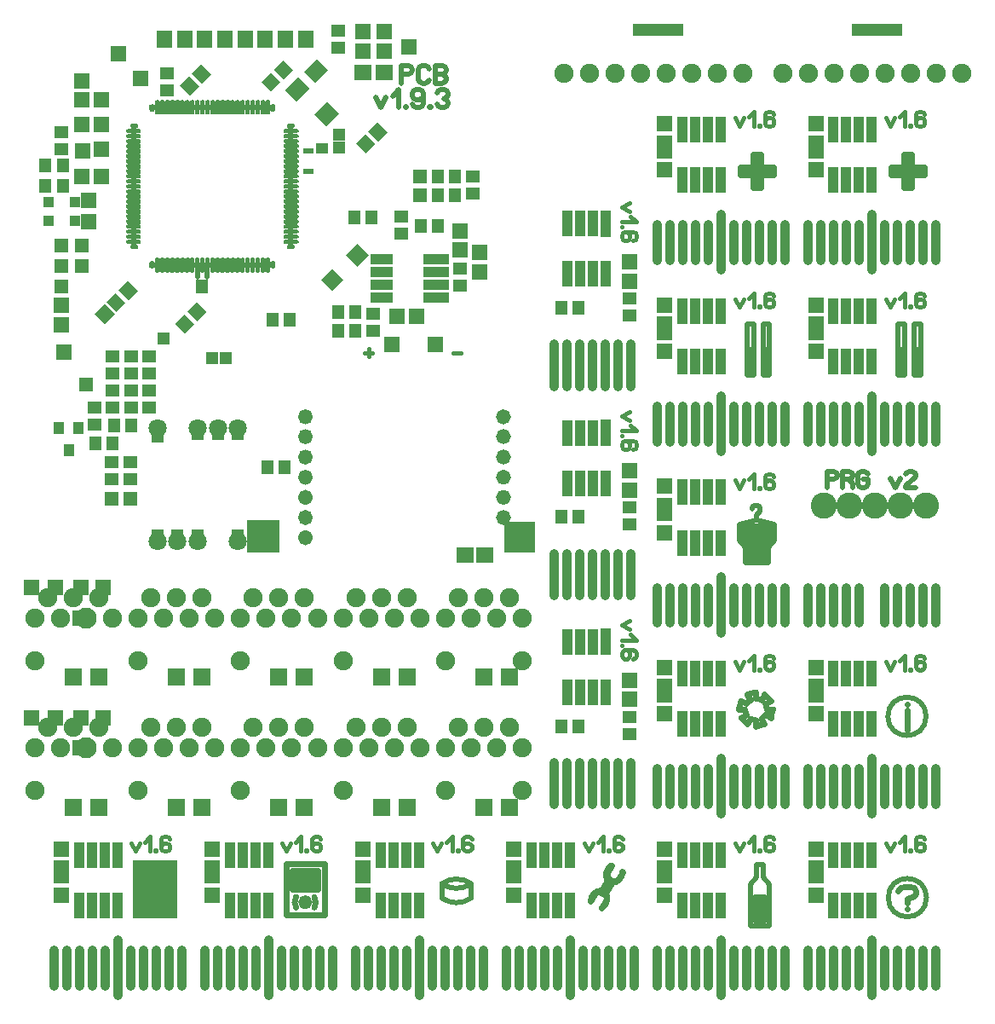
<source format=gbr>
%FSLAX34Y34*%
%MOMM*%
%LNSOLDERMASK_TOP*%
G71*
G01*
%ADD10C, 1.900*%
%ADD11C, 2.100*%
%ADD12R, 1.800X1.800*%
%ADD13R, 1.600X1.600*%
%ADD14C, 0.518*%
%ADD15R, 1.600X1.500*%
%ADD16R, 1.100X1.100*%
%ADD17R, 0.500X0.500*%
%ADD18C, 0.200*%
%ADD19C, 0.500*%
%ADD20R, 1.300X1.400*%
%ADD21R, 1.400X1.400*%
%ADD22R, 2.600X1.000*%
%ADD23R, 1.400X1.300*%
%ADD24R, 1.500X1.800*%
%ADD25R, 1.200X1.400*%
%ADD26R, 1.000X1.300*%
%ADD27R, 1.300X1.000*%
%ADD28R, 1.200X1.200*%
%ADD29R, 1.500X1.600*%
%ADD30R, 2.200X1.000*%
%ADD31R, 1.300X1.300*%
%ADD32R, 1.800X1.600*%
%ADD33R, 1.100X1.600*%
%ADD34C, 0.950*%
%ADD35R, 1.000X2.600*%
%ADD36C, 0.454*%
%ADD37C, 0.600*%
%ADD38C, 0.622*%
%ADD39R, 1.700X1.500*%
%ADD40R, 1.000X0.600*%
%ADD41C, 0.480*%
%ADD42C, 1.800*%
%ADD43C, 0.597*%
%ADD44C, 0.486*%
%ADD45C, 2.600*%
%ADD46R, 0.500X1.200*%
%ADD47C, 0.400*%
%LPD*%
X33190Y351579D02*
G54D10*
D03*
X135190Y351579D02*
G54D10*
D03*
X237190Y351579D02*
G54D10*
D03*
X339190Y351579D02*
G54D10*
D03*
X441190Y351579D02*
G54D10*
D03*
X517690Y351579D02*
G54D10*
D03*
X33190Y393856D02*
G54D10*
D03*
X58690Y393854D02*
G54D10*
D03*
X84191Y393856D02*
G54D11*
D03*
X109690Y393854D02*
G54D10*
D03*
X135190Y393854D02*
G54D10*
D03*
X160690Y393854D02*
G54D10*
D03*
X186190Y393854D02*
G54D10*
D03*
X211690Y393854D02*
G54D10*
D03*
X237190Y393854D02*
G54D10*
D03*
X262690Y393854D02*
G54D10*
D03*
X288190Y393854D02*
G54D10*
D03*
X313690Y393854D02*
G54D10*
D03*
X339190Y393854D02*
G54D10*
D03*
X364690Y393854D02*
G54D10*
D03*
X390190Y393854D02*
G54D10*
D03*
X415690Y393854D02*
G54D10*
D03*
X441190Y393854D02*
G54D10*
D03*
X466690Y393854D02*
G54D10*
D03*
X492190Y393854D02*
G54D10*
D03*
X517690Y393854D02*
G54D10*
D03*
X45940Y413856D02*
G54D10*
D03*
X71440Y413856D02*
G54D10*
D03*
X96940Y413854D02*
G54D10*
D03*
X147940Y413854D02*
G54D10*
D03*
X173440Y413854D02*
G54D10*
D03*
X198940Y413854D02*
G54D10*
D03*
X249940Y413854D02*
G54D10*
D03*
X275440Y413854D02*
G54D10*
D03*
X300940Y413854D02*
G54D10*
D03*
X351940Y413854D02*
G54D10*
D03*
X377440Y413854D02*
G54D10*
D03*
X402940Y413854D02*
G54D10*
D03*
X453940Y413854D02*
G54D10*
D03*
X479440Y413854D02*
G54D10*
D03*
X504940Y413854D02*
G54D10*
D03*
X71362Y334829D02*
G54D12*
D03*
X96762Y334829D02*
G54D12*
D03*
X173362Y334829D02*
G54D12*
D03*
X198762Y334829D02*
G54D12*
D03*
X275362Y334829D02*
G54D12*
D03*
X300762Y334829D02*
G54D12*
D03*
X377362Y334829D02*
G54D12*
D03*
X402762Y334829D02*
G54D12*
D03*
X479362Y334829D02*
G54D12*
D03*
X504762Y334829D02*
G54D12*
D03*
X100898Y423803D02*
G54D13*
D03*
X78673Y423803D02*
G54D13*
D03*
X53273Y423803D02*
G54D13*
D03*
X29858Y423803D02*
G54D13*
D03*
G54D14*
X397445Y924640D02*
X397445Y942418D01*
X404112Y942418D01*
X406778Y941307D01*
X408112Y939085D01*
X408112Y936863D01*
X406778Y934640D01*
X404112Y933529D01*
X397445Y933529D01*
G54D14*
X425000Y927974D02*
X423667Y925752D01*
X421000Y924640D01*
X418334Y924640D01*
X415667Y925752D01*
X414334Y927974D01*
X414334Y939085D01*
X415667Y941307D01*
X418334Y942418D01*
X421000Y942418D01*
X423667Y941307D01*
X425000Y939085D01*
G54D14*
X431223Y924640D02*
X431223Y942418D01*
X437890Y942418D01*
X440556Y941307D01*
X441890Y939085D01*
X441890Y936863D01*
X440556Y934640D01*
X437890Y933529D01*
X440556Y932418D01*
X441890Y930196D01*
X441890Y927974D01*
X440556Y925752D01*
X437890Y924640D01*
X431223Y924640D01*
G54D14*
X431223Y933529D02*
X437890Y933529D01*
G54D14*
X371408Y910656D02*
X376741Y900656D01*
X382074Y910656D01*
G54D14*
X388297Y911767D02*
X394963Y918433D01*
X394963Y900656D01*
G54D14*
X402252Y900656D02*
X401186Y900656D01*
X401186Y901544D01*
X402252Y901544D01*
X402252Y900656D01*
X401186Y900656D01*
G54D14*
X408475Y903989D02*
X409808Y901767D01*
X412475Y900656D01*
X415141Y900656D01*
X417808Y901767D01*
X419141Y903989D01*
X419141Y909544D01*
X419141Y910656D01*
X415141Y908433D01*
X412475Y908433D01*
X409808Y909544D01*
X408475Y911767D01*
X408475Y915100D01*
X409808Y917322D01*
X412475Y918433D01*
X415141Y918433D01*
X417808Y917322D01*
X419141Y915100D01*
X419141Y909544D01*
G54D14*
X426430Y900656D02*
X425364Y900656D01*
X425364Y901544D01*
X426430Y901544D01*
X426430Y900656D01*
X425364Y900656D01*
G54D14*
X432653Y915100D02*
X433986Y917322D01*
X436653Y918433D01*
X439320Y918433D01*
X441986Y917322D01*
X443320Y915100D01*
X443320Y912878D01*
X441986Y910656D01*
X439320Y909544D01*
X441986Y908433D01*
X443320Y906211D01*
X443320Y903989D01*
X441986Y901767D01*
X439320Y900656D01*
X436653Y900656D01*
X433986Y901767D01*
X432653Y903989D01*
X86688Y787484D02*
G54D15*
D03*
X86688Y808484D02*
G54D15*
D03*
X46582Y806888D02*
G54D16*
D03*
X46582Y787838D02*
G54D16*
D03*
X72697Y787838D02*
G54D16*
D03*
X72744Y806946D02*
G54D16*
D03*
G36*
X266862Y902929D02*
X271862Y902929D01*
X271862Y897929D01*
X266862Y897929D01*
X266862Y902929D01*
G37*
G36*
X261862Y902929D02*
X266862Y902929D01*
X266862Y897929D01*
X261862Y897929D01*
X261862Y902929D01*
G37*
X259362Y900429D02*
G54D17*
D03*
X254362Y900429D02*
G54D17*
D03*
X249362Y900429D02*
G54D17*
D03*
X244362Y900429D02*
G54D17*
D03*
G36*
X236862Y902929D02*
X241862Y902929D01*
X241862Y897929D01*
X236862Y897929D01*
X236862Y902929D01*
G37*
X234362Y900429D02*
G54D17*
D03*
X229362Y900429D02*
G54D17*
D03*
X224362Y900429D02*
G54D17*
D03*
X219362Y900429D02*
G54D17*
D03*
G36*
X211862Y902929D02*
X216862Y902929D01*
X216862Y897929D01*
X211862Y897929D01*
X211862Y902929D01*
G37*
X209362Y900429D02*
G54D17*
D03*
X204362Y900429D02*
G54D17*
D03*
X199362Y900429D02*
G54D17*
D03*
X194362Y900429D02*
G54D17*
D03*
X189362Y900429D02*
G54D17*
D03*
G36*
X181862Y902929D02*
X186862Y902929D01*
X186862Y897929D01*
X181862Y897929D01*
X181862Y902929D01*
G37*
G36*
X176862Y902929D02*
X181862Y902929D01*
X181862Y897929D01*
X176862Y897929D01*
X176862Y902929D01*
G37*
X174362Y900429D02*
G54D17*
D03*
X169362Y900429D02*
G54D17*
D03*
X164362Y900429D02*
G54D17*
D03*
G36*
X156862Y902929D02*
X161862Y902929D01*
X161862Y897929D01*
X156862Y897929D01*
X156862Y902929D01*
G37*
X154362Y900429D02*
G54D17*
D03*
G36*
X146862Y902929D02*
X151862Y902929D01*
X151862Y897929D01*
X146862Y897929D01*
X146862Y902929D01*
G37*
G36*
X269857Y903460D02*
X270856Y902460D01*
X270857Y897960D01*
X270357Y897460D01*
X268356Y897460D01*
X267856Y897960D01*
X267857Y902460D01*
X268856Y903460D01*
X269857Y903460D01*
G37*
G54D18*
X269857Y903460D02*
X270856Y902460D01*
X270857Y897960D01*
X270357Y897460D01*
X268356Y897460D01*
X267856Y897960D01*
X267857Y902460D01*
X268856Y903460D01*
X269857Y903460D01*
G36*
X149856Y903460D02*
X150856Y902460D01*
X150857Y897960D01*
X150356Y897460D01*
X148357Y897460D01*
X147857Y897960D01*
X147857Y902460D01*
X148857Y903460D01*
X149856Y903460D01*
G37*
G54D18*
X149856Y903460D02*
X150856Y902460D01*
X150857Y897960D01*
X150356Y897460D01*
X148357Y897460D01*
X147857Y897960D01*
X147857Y902460D01*
X148857Y903460D01*
X149856Y903460D01*
G36*
X259857Y907460D02*
X260856Y906460D01*
X260856Y894960D01*
X260357Y894460D01*
X258357Y894460D01*
X257857Y894960D01*
X257856Y906460D01*
X258856Y907460D01*
X259857Y907460D01*
G37*
G54D18*
X259857Y907460D02*
X260856Y906460D01*
X260856Y894960D01*
X260357Y894460D01*
X258357Y894460D01*
X257857Y894960D01*
X257856Y906460D01*
X258856Y907460D01*
X259857Y907460D01*
G36*
X254857Y907460D02*
X255857Y906460D01*
X255857Y894960D01*
X255357Y894460D01*
X253357Y894460D01*
X252857Y894960D01*
X252857Y906460D01*
X253856Y907460D01*
X254857Y907460D01*
G37*
G54D18*
X254857Y907460D02*
X255857Y906460D01*
X255857Y894960D01*
X255357Y894460D01*
X253357Y894460D01*
X252857Y894960D01*
X252857Y906460D01*
X253856Y907460D01*
X254857Y907460D01*
G36*
X249857Y907460D02*
X250856Y906460D01*
X250857Y894960D01*
X250356Y894460D01*
X248356Y894460D01*
X247856Y894960D01*
X247857Y906460D01*
X248856Y907460D01*
X249857Y907460D01*
G37*
G54D18*
X249857Y907460D02*
X250856Y906460D01*
X250857Y894960D01*
X250356Y894460D01*
X248356Y894460D01*
X247856Y894960D01*
X247857Y906460D01*
X248856Y907460D01*
X249857Y907460D01*
G36*
X244857Y907460D02*
X245857Y906460D01*
X245857Y894960D01*
X245357Y894460D01*
X243357Y894460D01*
X242857Y894960D01*
X242857Y906460D01*
X243856Y907460D01*
X244857Y907460D01*
G37*
G54D18*
X244857Y907460D02*
X245857Y906460D01*
X245857Y894960D01*
X245357Y894460D01*
X243357Y894460D01*
X242857Y894960D01*
X242857Y906460D01*
X243856Y907460D01*
X244857Y907460D01*
G36*
X239857Y907460D02*
X240856Y906460D01*
X240856Y894960D01*
X240357Y894460D01*
X238356Y894460D01*
X237857Y894960D01*
X237857Y906460D01*
X238857Y907460D01*
X239857Y907460D01*
G37*
G54D18*
X239857Y907460D02*
X240856Y906460D01*
X240856Y894960D01*
X240357Y894460D01*
X238356Y894460D01*
X237857Y894960D01*
X237857Y906460D01*
X238857Y907460D01*
X239857Y907460D01*
G36*
X234856Y907460D02*
X235857Y906460D01*
X235856Y894960D01*
X235357Y894460D01*
X233356Y894460D01*
X232856Y894960D01*
X232857Y906460D01*
X233857Y907460D01*
X234856Y907460D01*
G37*
G54D18*
X234856Y907460D02*
X235857Y906460D01*
X235856Y894960D01*
X235357Y894460D01*
X233356Y894460D01*
X232856Y894960D01*
X232857Y906460D01*
X233857Y907460D01*
X234856Y907460D01*
G36*
X229856Y907460D02*
X230857Y906460D01*
X230856Y894960D01*
X230356Y894460D01*
X228357Y894460D01*
X227857Y894960D01*
X227857Y906460D01*
X228857Y907460D01*
X229856Y907460D01*
G37*
G54D18*
X229856Y907460D02*
X230857Y906460D01*
X230856Y894960D01*
X230356Y894460D01*
X228357Y894460D01*
X227857Y894960D01*
X227857Y906460D01*
X228857Y907460D01*
X229856Y907460D01*
G36*
X224856Y907460D02*
X225856Y906460D01*
X225857Y894960D01*
X225356Y894460D01*
X223357Y894460D01*
X222856Y894960D01*
X222856Y906460D01*
X223856Y907460D01*
X224856Y907460D01*
G37*
G54D18*
X224856Y907460D02*
X225856Y906460D01*
X225857Y894960D01*
X225356Y894460D01*
X223357Y894460D01*
X222856Y894960D01*
X222856Y906460D01*
X223856Y907460D01*
X224856Y907460D01*
G36*
X219856Y907460D02*
X220857Y906460D01*
X220857Y894960D01*
X220357Y894460D01*
X218356Y894460D01*
X217856Y894960D01*
X217856Y906460D01*
X218857Y907460D01*
X219856Y907460D01*
G37*
G54D18*
X219856Y907460D02*
X220857Y906460D01*
X220857Y894960D01*
X220357Y894460D01*
X218356Y894460D01*
X217856Y894960D01*
X217856Y906460D01*
X218857Y907460D01*
X219856Y907460D01*
G36*
X214857Y907460D02*
X215857Y906460D01*
X215857Y894960D01*
X215357Y894460D01*
X213357Y894460D01*
X212856Y894960D01*
X212857Y906460D01*
X213857Y907460D01*
X214857Y907460D01*
G37*
G54D18*
X214857Y907460D02*
X215857Y906460D01*
X215857Y894960D01*
X215357Y894460D01*
X213357Y894460D01*
X212856Y894960D01*
X212857Y906460D01*
X213857Y907460D01*
X214857Y907460D01*
G36*
X209857Y907460D02*
X210857Y906460D01*
X210857Y894960D01*
X210356Y894460D01*
X208356Y894460D01*
X207857Y894960D01*
X207857Y906460D01*
X208857Y907460D01*
X209857Y907460D01*
G37*
G54D18*
X209857Y907460D02*
X210857Y906460D01*
X210857Y894960D01*
X210356Y894460D01*
X208356Y894460D01*
X207857Y894960D01*
X207857Y906460D01*
X208857Y907460D01*
X209857Y907460D01*
G36*
X204856Y907460D02*
X205856Y906460D01*
X205856Y894960D01*
X205357Y894460D01*
X203356Y894460D01*
X202856Y894960D01*
X202856Y906460D01*
X203856Y907460D01*
X204856Y907460D01*
G37*
G54D18*
X204856Y907460D02*
X205856Y906460D01*
X205856Y894960D01*
X205357Y894460D01*
X203356Y894460D01*
X202856Y894960D01*
X202856Y906460D01*
X203856Y907460D01*
X204856Y907460D01*
G36*
X199857Y907460D02*
X200857Y906460D01*
X200857Y894960D01*
X200356Y894460D01*
X198357Y894460D01*
X197857Y894960D01*
X197857Y906460D01*
X198857Y907460D01*
X199857Y907460D01*
G37*
G54D18*
X199857Y907460D02*
X200857Y906460D01*
X200857Y894960D01*
X200356Y894460D01*
X198357Y894460D01*
X197857Y894960D01*
X197857Y906460D01*
X198857Y907460D01*
X199857Y907460D01*
G36*
X194857Y907460D02*
X195857Y906460D01*
X195856Y894960D01*
X195357Y894460D01*
X193357Y894460D01*
X192856Y894960D01*
X192857Y906460D01*
X193856Y907460D01*
X194857Y907460D01*
G37*
G54D18*
X194857Y907460D02*
X195857Y906460D01*
X195856Y894960D01*
X195357Y894460D01*
X193357Y894460D01*
X192856Y894960D01*
X192857Y906460D01*
X193856Y907460D01*
X194857Y907460D01*
G36*
X189857Y907460D02*
X190857Y906460D01*
X190857Y894960D01*
X190356Y894460D01*
X188357Y894460D01*
X187857Y894960D01*
X187857Y906460D01*
X188857Y907460D01*
X189857Y907460D01*
G37*
G54D18*
X189857Y907460D02*
X190857Y906460D01*
X190857Y894960D01*
X190356Y894460D01*
X188357Y894460D01*
X187857Y894960D01*
X187857Y906460D01*
X188857Y907460D01*
X189857Y907460D01*
G36*
X184857Y907460D02*
X185857Y906460D01*
X185856Y894960D01*
X185357Y894460D01*
X183356Y894460D01*
X182856Y894960D01*
X182857Y906460D01*
X183857Y907460D01*
X184857Y907460D01*
G37*
G54D18*
X184857Y907460D02*
X185857Y906460D01*
X185856Y894960D01*
X185357Y894460D01*
X183356Y894460D01*
X182856Y894960D01*
X182857Y906460D01*
X183857Y907460D01*
X184857Y907460D01*
G36*
X179856Y907460D02*
X180857Y906460D01*
X180857Y894960D01*
X180357Y894460D01*
X178357Y894460D01*
X177857Y894960D01*
X177857Y906460D01*
X178857Y907460D01*
X179856Y907460D01*
G37*
G54D18*
X179856Y907460D02*
X180857Y906460D01*
X180857Y894960D01*
X180357Y894460D01*
X178357Y894460D01*
X177857Y894960D01*
X177857Y906460D01*
X178857Y907460D01*
X179856Y907460D01*
G36*
X174857Y907460D02*
X175856Y906460D01*
X175856Y894960D01*
X175357Y894460D01*
X173356Y894460D01*
X172857Y894960D01*
X172857Y906460D01*
X173856Y907460D01*
X174857Y907460D01*
G37*
G54D18*
X174857Y907460D02*
X175856Y906460D01*
X175856Y894960D01*
X175357Y894460D01*
X173356Y894460D01*
X172857Y894960D01*
X172857Y906460D01*
X173856Y907460D01*
X174857Y907460D01*
G36*
X169857Y907460D02*
X170856Y906460D01*
X170856Y894960D01*
X170357Y894460D01*
X168357Y894460D01*
X167857Y894960D01*
X167857Y906460D01*
X168857Y907460D01*
X169857Y907460D01*
G37*
G54D18*
X169857Y907460D02*
X170856Y906460D01*
X170856Y894960D01*
X170357Y894460D01*
X168357Y894460D01*
X167857Y894960D01*
X167857Y906460D01*
X168857Y907460D01*
X169857Y907460D01*
G36*
X164857Y907460D02*
X165857Y906460D01*
X165857Y894960D01*
X165357Y894460D01*
X163356Y894460D01*
X162857Y894960D01*
X162857Y906460D01*
X163856Y907460D01*
X164857Y907460D01*
G37*
G54D18*
X164857Y907460D02*
X165857Y906460D01*
X165857Y894960D01*
X165357Y894460D01*
X163356Y894460D01*
X162857Y894960D01*
X162857Y906460D01*
X163856Y907460D01*
X164857Y907460D01*
G36*
X159857Y907460D02*
X160856Y906460D01*
X160857Y894960D01*
X160357Y894460D01*
X158356Y894460D01*
X157856Y894960D01*
X157856Y906460D01*
X158857Y907460D01*
X159857Y907460D01*
G37*
G54D18*
X159857Y907460D02*
X160856Y906460D01*
X160857Y894960D01*
X160357Y894460D01*
X158356Y894460D01*
X157856Y894960D01*
X157856Y906460D01*
X158857Y907460D01*
X159857Y907460D01*
G36*
X154856Y907460D02*
X155857Y906460D01*
X155857Y894960D01*
X155356Y894460D01*
X153357Y894460D01*
X152857Y894960D01*
X152857Y906460D01*
X153857Y907460D01*
X154856Y907460D01*
G37*
G54D18*
X154856Y907460D02*
X155857Y906460D01*
X155857Y894960D01*
X155356Y894460D01*
X153357Y894460D01*
X152857Y894960D01*
X152857Y906460D01*
X153857Y907460D01*
X154856Y907460D01*
G36*
X264857Y907460D02*
X265856Y906460D01*
X265856Y894960D01*
X265357Y894460D01*
X263357Y894460D01*
X262857Y894960D01*
X262857Y906460D01*
X263857Y907460D01*
X264857Y907460D01*
G37*
G54D18*
X264857Y907460D02*
X265856Y906460D01*
X265856Y894960D01*
X265357Y894460D01*
X263357Y894460D01*
X262857Y894960D01*
X262857Y906460D01*
X263857Y907460D01*
X264857Y907460D01*
X287326Y762465D02*
G54D17*
D03*
X287326Y767465D02*
G54D17*
D03*
X287326Y772465D02*
G54D17*
D03*
X287326Y777465D02*
G54D17*
D03*
X287326Y782465D02*
G54D17*
D03*
X287326Y787465D02*
G54D17*
D03*
X287326Y792465D02*
G54D17*
D03*
X287326Y797465D02*
G54D17*
D03*
X287326Y802465D02*
G54D17*
D03*
X287326Y807465D02*
G54D17*
D03*
X287326Y812465D02*
G54D17*
D03*
X287326Y817465D02*
G54D17*
D03*
X287326Y822465D02*
G54D17*
D03*
X287326Y827465D02*
G54D17*
D03*
X287326Y832465D02*
G54D17*
D03*
X287326Y837465D02*
G54D17*
D03*
X287326Y842465D02*
G54D17*
D03*
X287326Y847465D02*
G54D17*
D03*
X287326Y852465D02*
G54D17*
D03*
X287326Y857465D02*
G54D17*
D03*
X287326Y862465D02*
G54D17*
D03*
X287326Y867465D02*
G54D17*
D03*
X287326Y872465D02*
G54D17*
D03*
X287326Y877465D02*
G54D17*
D03*
X287326Y882465D02*
G54D17*
D03*
G36*
X290356Y761960D02*
X289357Y760960D01*
X284857Y760960D01*
X284356Y761460D01*
X284356Y763460D01*
X284856Y763960D01*
X289357Y763960D01*
X290356Y762960D01*
X290356Y761960D01*
G37*
G54D18*
X290356Y761960D02*
X289357Y760960D01*
X284857Y760960D01*
X284356Y761460D01*
X284356Y763460D01*
X284856Y763960D01*
X289357Y763960D01*
X290356Y762960D01*
X290356Y761960D01*
G36*
X290357Y881960D02*
X289356Y880960D01*
X284856Y880960D01*
X284357Y881460D01*
X284357Y883460D01*
X284856Y883960D01*
X289356Y883960D01*
X290356Y882960D01*
X290357Y881960D01*
G37*
G54D18*
X290357Y881960D02*
X289356Y880960D01*
X284856Y880960D01*
X284357Y881460D01*
X284357Y883460D01*
X284856Y883960D01*
X289356Y883960D01*
X290356Y882960D01*
X290357Y881960D01*
G36*
X294357Y771960D02*
X293357Y770960D01*
X281856Y770960D01*
X281357Y771460D01*
X281356Y773460D01*
X281856Y773960D01*
X293356Y773960D01*
X294357Y772960D01*
X294357Y771960D01*
G37*
G54D18*
X294357Y771960D02*
X293357Y770960D01*
X281856Y770960D01*
X281357Y771460D01*
X281356Y773460D01*
X281856Y773960D01*
X293356Y773960D01*
X294357Y772960D01*
X294357Y771960D01*
G36*
X294357Y776960D02*
X293356Y775960D01*
X281856Y775960D01*
X281356Y776460D01*
X281357Y778460D01*
X281856Y778960D01*
X293357Y778960D01*
X294356Y777960D01*
X294357Y776960D01*
G37*
G54D18*
X294357Y776960D02*
X293356Y775960D01*
X281856Y775960D01*
X281356Y776460D01*
X281357Y778460D01*
X281856Y778960D01*
X293357Y778960D01*
X294356Y777960D01*
X294357Y776960D01*
G36*
X294357Y781960D02*
X293357Y780960D01*
X281856Y780960D01*
X281357Y781460D01*
X281357Y783460D01*
X281857Y783960D01*
X293356Y783960D01*
X294357Y782960D01*
X294357Y781960D01*
G37*
G54D18*
X294357Y781960D02*
X293357Y780960D01*
X281856Y780960D01*
X281357Y781460D01*
X281357Y783460D01*
X281857Y783960D01*
X293356Y783960D01*
X294357Y782960D01*
X294357Y781960D01*
G36*
X294357Y786960D02*
X293356Y785960D01*
X281856Y785960D01*
X281357Y786460D01*
X281356Y788460D01*
X281857Y788960D01*
X293356Y788960D01*
X294357Y787960D01*
X294357Y786960D01*
G37*
G54D18*
X294357Y786960D02*
X293356Y785960D01*
X281856Y785960D01*
X281357Y786460D01*
X281356Y788460D01*
X281857Y788960D01*
X293356Y788960D01*
X294357Y787960D01*
X294357Y786960D01*
G36*
X294357Y791960D02*
X293356Y790960D01*
X281857Y790960D01*
X281356Y791460D01*
X281357Y793460D01*
X281857Y793960D01*
X293356Y793960D01*
X294357Y792960D01*
X294357Y791960D01*
G37*
G54D18*
X294357Y791960D02*
X293356Y790960D01*
X281857Y790960D01*
X281356Y791460D01*
X281357Y793460D01*
X281857Y793960D01*
X293356Y793960D01*
X294357Y792960D01*
X294357Y791960D01*
G36*
X294357Y796960D02*
X293357Y795960D01*
X281857Y795960D01*
X281357Y796460D01*
X281356Y798460D01*
X281856Y798960D01*
X293357Y798960D01*
X294357Y797960D01*
X294357Y796960D01*
G37*
G54D18*
X294357Y796960D02*
X293357Y795960D01*
X281857Y795960D01*
X281357Y796460D01*
X281356Y798460D01*
X281856Y798960D01*
X293357Y798960D01*
X294357Y797960D01*
X294357Y796960D01*
G36*
X294356Y801960D02*
X293356Y800960D01*
X281857Y800960D01*
X281356Y801460D01*
X281356Y803460D01*
X281857Y803960D01*
X293357Y803960D01*
X294356Y802960D01*
X294356Y801960D01*
G37*
G54D18*
X294356Y801960D02*
X293356Y800960D01*
X281857Y800960D01*
X281356Y801460D01*
X281356Y803460D01*
X281857Y803960D01*
X293357Y803960D01*
X294356Y802960D01*
X294356Y801960D01*
G36*
X294357Y806960D02*
X293357Y805960D01*
X281856Y805960D01*
X281356Y806460D01*
X281357Y808460D01*
X281857Y808960D01*
X293357Y808960D01*
X294357Y807960D01*
X294357Y806960D01*
G37*
G54D18*
X294357Y806960D02*
X293357Y805960D01*
X281856Y805960D01*
X281356Y806460D01*
X281357Y808460D01*
X281857Y808960D01*
X293357Y808960D01*
X294357Y807960D01*
X294357Y806960D01*
G36*
X294357Y811960D02*
X293356Y810960D01*
X281856Y810960D01*
X281356Y811460D01*
X281356Y813460D01*
X281856Y813960D01*
X293356Y813960D01*
X294357Y812960D01*
X294357Y811960D01*
G37*
G54D18*
X294357Y811960D02*
X293356Y810960D01*
X281856Y810960D01*
X281356Y811460D01*
X281356Y813460D01*
X281856Y813960D01*
X293356Y813960D01*
X294357Y812960D01*
X294357Y811960D01*
G36*
X294356Y816960D02*
X293357Y815960D01*
X281856Y815960D01*
X281356Y816460D01*
X281356Y818460D01*
X281856Y818960D01*
X293357Y818960D01*
X294357Y817960D01*
X294356Y816960D01*
G37*
G54D18*
X294356Y816960D02*
X293357Y815960D01*
X281856Y815960D01*
X281356Y816460D01*
X281356Y818460D01*
X281856Y818960D01*
X293357Y818960D01*
X294357Y817960D01*
X294356Y816960D01*
G36*
X294357Y821960D02*
X293357Y820960D01*
X281857Y820960D01*
X281356Y821460D01*
X281356Y823460D01*
X281856Y823960D01*
X293356Y823960D01*
X294357Y822960D01*
X294357Y821960D01*
G37*
G54D18*
X294357Y821960D02*
X293357Y820960D01*
X281857Y820960D01*
X281356Y821460D01*
X281356Y823460D01*
X281856Y823960D01*
X293356Y823960D01*
X294357Y822960D01*
X294357Y821960D01*
G36*
X294356Y826960D02*
X293356Y825960D01*
X281856Y825960D01*
X281356Y826460D01*
X281357Y828460D01*
X281857Y828960D01*
X293357Y828960D01*
X294357Y827960D01*
X294356Y826960D01*
G37*
G54D18*
X294356Y826960D02*
X293356Y825960D01*
X281856Y825960D01*
X281356Y826460D01*
X281357Y828460D01*
X281857Y828960D01*
X293357Y828960D01*
X294357Y827960D01*
X294356Y826960D01*
G36*
X294357Y831960D02*
X293356Y830960D01*
X281856Y830960D01*
X281357Y831460D01*
X281356Y833460D01*
X281856Y833960D01*
X293357Y833960D01*
X294357Y832960D01*
X294357Y831960D01*
G37*
G54D18*
X294357Y831960D02*
X293356Y830960D01*
X281856Y830960D01*
X281357Y831460D01*
X281356Y833460D01*
X281856Y833960D01*
X293357Y833960D01*
X294357Y832960D01*
X294357Y831960D01*
G36*
X294357Y836960D02*
X293356Y835960D01*
X281856Y835960D01*
X281356Y836460D01*
X281357Y838460D01*
X281857Y838960D01*
X293356Y838960D01*
X294357Y837960D01*
X294357Y836960D01*
G37*
G54D18*
X294357Y836960D02*
X293356Y835960D01*
X281856Y835960D01*
X281356Y836460D01*
X281357Y838460D01*
X281857Y838960D01*
X293356Y838960D01*
X294357Y837960D01*
X294357Y836960D01*
G36*
X294357Y841960D02*
X293356Y840960D01*
X281857Y840960D01*
X281357Y841460D01*
X281356Y843460D01*
X281857Y843960D01*
X293357Y843960D01*
X294357Y842960D01*
X294357Y841960D01*
G37*
G54D18*
X294357Y841960D02*
X293356Y840960D01*
X281857Y840960D01*
X281357Y841460D01*
X281356Y843460D01*
X281857Y843960D01*
X293357Y843960D01*
X294357Y842960D01*
X294357Y841960D01*
G36*
X294356Y846960D02*
X293356Y845960D01*
X281857Y845960D01*
X281356Y846460D01*
X281356Y848460D01*
X281857Y848960D01*
X293356Y848960D01*
X294357Y847960D01*
X294356Y846960D01*
G37*
G54D18*
X294356Y846960D02*
X293356Y845960D01*
X281857Y845960D01*
X281356Y846460D01*
X281356Y848460D01*
X281857Y848960D01*
X293356Y848960D01*
X294357Y847960D01*
X294356Y846960D01*
G36*
X294357Y851960D02*
X293356Y850960D01*
X281856Y850960D01*
X281356Y851460D01*
X281356Y853460D01*
X281856Y853960D01*
X293357Y853960D01*
X294357Y852960D01*
X294357Y851960D01*
G37*
G54D18*
X294357Y851960D02*
X293356Y850960D01*
X281856Y850960D01*
X281356Y851460D01*
X281356Y853460D01*
X281856Y853960D01*
X293357Y853960D01*
X294357Y852960D01*
X294357Y851960D01*
G36*
X294357Y856960D02*
X293356Y855960D01*
X281857Y855960D01*
X281356Y856460D01*
X281356Y858460D01*
X281856Y858960D01*
X293356Y858960D01*
X294356Y857960D01*
X294357Y856960D01*
G37*
G54D18*
X294357Y856960D02*
X293356Y855960D01*
X281857Y855960D01*
X281356Y856460D01*
X281356Y858460D01*
X281856Y858960D01*
X293356Y858960D01*
X294356Y857960D01*
X294357Y856960D01*
G36*
X294357Y861960D02*
X293356Y860960D01*
X281857Y860960D01*
X281356Y861460D01*
X281356Y863460D01*
X281857Y863960D01*
X293356Y863960D01*
X294356Y862960D01*
X294357Y861960D01*
G37*
G54D18*
X294357Y861960D02*
X293356Y860960D01*
X281857Y860960D01*
X281356Y861460D01*
X281356Y863460D01*
X281857Y863960D01*
X293356Y863960D01*
X294356Y862960D01*
X294357Y861960D01*
G36*
X294357Y866960D02*
X293356Y865960D01*
X281856Y865960D01*
X281356Y866460D01*
X281357Y868460D01*
X281856Y868960D01*
X293356Y868960D01*
X294357Y867960D01*
X294357Y866960D01*
G37*
G54D18*
X294357Y866960D02*
X293356Y865960D01*
X281856Y865960D01*
X281356Y866460D01*
X281357Y868460D01*
X281856Y868960D01*
X293356Y868960D01*
X294357Y867960D01*
X294357Y866960D01*
G36*
X294357Y871960D02*
X293357Y870960D01*
X281857Y870960D01*
X281356Y871460D01*
X281356Y873460D01*
X281856Y873960D01*
X293356Y873960D01*
X294357Y872960D01*
X294357Y871960D01*
G37*
G54D18*
X294357Y871960D02*
X293357Y870960D01*
X281857Y870960D01*
X281356Y871460D01*
X281356Y873460D01*
X281856Y873960D01*
X293356Y873960D01*
X294357Y872960D01*
X294357Y871960D01*
G36*
X294357Y876960D02*
X293356Y875960D01*
X281856Y875960D01*
X281356Y876460D01*
X281356Y878460D01*
X281857Y878960D01*
X293356Y878960D01*
X294356Y877960D01*
X294357Y876960D01*
G37*
G54D18*
X294357Y876960D02*
X293356Y875960D01*
X281856Y875960D01*
X281356Y876460D01*
X281356Y878460D01*
X281857Y878960D01*
X293356Y878960D01*
X294356Y877960D01*
X294357Y876960D01*
G36*
X294357Y766960D02*
X293356Y765960D01*
X281857Y765960D01*
X281356Y766460D01*
X281356Y768460D01*
X281856Y768960D01*
X293356Y768960D01*
X294357Y767960D01*
X294357Y766960D01*
G37*
G54D18*
X294357Y766960D02*
X293356Y765960D01*
X281857Y765960D01*
X281356Y766460D01*
X281356Y768460D01*
X281856Y768960D01*
X293356Y768960D01*
X294357Y767960D01*
X294357Y766960D01*
X149362Y744491D02*
G54D17*
D03*
X154362Y744491D02*
G54D17*
D03*
X159362Y744491D02*
G54D17*
D03*
X164362Y744491D02*
G54D17*
D03*
X169362Y744491D02*
G54D17*
D03*
X174362Y744491D02*
G54D17*
D03*
X179362Y744491D02*
G54D17*
D03*
X184362Y744491D02*
G54D17*
D03*
X189362Y744491D02*
G54D17*
D03*
X194362Y744491D02*
G54D17*
D03*
X199362Y744491D02*
G54D17*
D03*
X204362Y744491D02*
G54D17*
D03*
X209362Y744491D02*
G54D17*
D03*
X214362Y744491D02*
G54D17*
D03*
X219362Y744491D02*
G54D17*
D03*
X224362Y744491D02*
G54D17*
D03*
X229362Y744491D02*
G54D17*
D03*
X234362Y744491D02*
G54D17*
D03*
X239362Y744491D02*
G54D17*
D03*
X244362Y744491D02*
G54D17*
D03*
X249362Y744491D02*
G54D17*
D03*
X254362Y744491D02*
G54D17*
D03*
X259362Y744491D02*
G54D17*
D03*
X264362Y744491D02*
G54D17*
D03*
X269362Y744491D02*
G54D17*
D03*
G36*
X148857Y741460D02*
X147856Y742460D01*
X147857Y746960D01*
X148357Y747460D01*
X150356Y747460D01*
X150856Y746960D01*
X150857Y742460D01*
X149856Y741460D01*
X148857Y741460D01*
G37*
G54D18*
X148857Y741460D02*
X147856Y742460D01*
X147857Y746960D01*
X148357Y747460D01*
X150356Y747460D01*
X150856Y746960D01*
X150857Y742460D01*
X149856Y741460D01*
X148857Y741460D01*
G36*
X268857Y741460D02*
X267857Y742460D01*
X267856Y746960D01*
X268357Y747460D01*
X270357Y747460D01*
X270857Y746960D01*
X270857Y742460D01*
X269857Y741460D01*
X268857Y741460D01*
G37*
G54D18*
X268857Y741460D02*
X267857Y742460D01*
X267856Y746960D01*
X268357Y747460D01*
X270357Y747460D01*
X270857Y746960D01*
X270857Y742460D01*
X269857Y741460D01*
X268857Y741460D01*
G36*
X158857Y737460D02*
X157857Y738460D01*
X157856Y749960D01*
X158356Y750460D01*
X160356Y750460D01*
X160857Y749960D01*
X160857Y738460D01*
X159857Y737460D01*
X158857Y737460D01*
G37*
G54D18*
X158857Y737460D02*
X157857Y738460D01*
X157856Y749960D01*
X158356Y750460D01*
X160356Y750460D01*
X160857Y749960D01*
X160857Y738460D01*
X159857Y737460D01*
X158857Y737460D01*
G36*
X163857Y737460D02*
X162857Y738460D01*
X162857Y749960D01*
X163357Y750460D01*
X165357Y750460D01*
X165856Y749960D01*
X165857Y738460D01*
X164857Y737460D01*
X163857Y737460D01*
G37*
G54D18*
X163857Y737460D02*
X162857Y738460D01*
X162857Y749960D01*
X163357Y750460D01*
X165357Y750460D01*
X165856Y749960D01*
X165857Y738460D01*
X164857Y737460D01*
X163857Y737460D01*
G36*
X168856Y737460D02*
X167857Y738460D01*
X167857Y749960D01*
X168357Y750460D01*
X170357Y750460D01*
X170857Y749960D01*
X170857Y738460D01*
X169856Y737460D01*
X168856Y737460D01*
G37*
G54D18*
X168856Y737460D02*
X167857Y738460D01*
X167857Y749960D01*
X168357Y750460D01*
X170357Y750460D01*
X170857Y749960D01*
X170857Y738460D01*
X169856Y737460D01*
X168856Y737460D01*
G36*
X173857Y737460D02*
X172857Y738460D01*
X172856Y749960D01*
X173356Y750460D01*
X175357Y750460D01*
X175857Y749960D01*
X175857Y738460D01*
X174857Y737460D01*
X173857Y737460D01*
G37*
G54D18*
X173857Y737460D02*
X172857Y738460D01*
X172856Y749960D01*
X173356Y750460D01*
X175357Y750460D01*
X175857Y749960D01*
X175857Y738460D01*
X174857Y737460D01*
X173857Y737460D01*
G36*
X178857Y737460D02*
X177856Y738460D01*
X177857Y749960D01*
X178357Y750460D01*
X180356Y750460D01*
X180857Y749960D01*
X180856Y738460D01*
X179857Y737460D01*
X178857Y737460D01*
G37*
G54D18*
X178857Y737460D02*
X177856Y738460D01*
X177857Y749960D01*
X178357Y750460D01*
X180356Y750460D01*
X180857Y749960D01*
X180856Y738460D01*
X179857Y737460D01*
X178857Y737460D01*
G36*
X183857Y737460D02*
X182856Y738460D01*
X182856Y749960D01*
X183356Y750460D01*
X185357Y750460D01*
X185857Y749960D01*
X185857Y738460D01*
X184857Y737460D01*
X183857Y737460D01*
G37*
G54D18*
X183857Y737460D02*
X182856Y738460D01*
X182856Y749960D01*
X183356Y750460D01*
X185357Y750460D01*
X185857Y749960D01*
X185857Y738460D01*
X184857Y737460D01*
X183857Y737460D01*
G36*
X188856Y737460D02*
X187856Y738460D01*
X187856Y749960D01*
X188357Y750460D01*
X190356Y750460D01*
X190857Y749960D01*
X190856Y738460D01*
X189857Y737460D01*
X188856Y737460D01*
G37*
G54D18*
X188856Y737460D02*
X187856Y738460D01*
X187856Y749960D01*
X188357Y750460D01*
X190356Y750460D01*
X190857Y749960D01*
X190856Y738460D01*
X189857Y737460D01*
X188856Y737460D01*
G36*
X193856Y737460D02*
X192856Y738460D01*
X192857Y749960D01*
X193357Y750460D01*
X195357Y750460D01*
X195857Y749960D01*
X195857Y738460D01*
X194857Y737460D01*
X193856Y737460D01*
G37*
G54D18*
X193856Y737460D02*
X192856Y738460D01*
X192857Y749960D01*
X193357Y750460D01*
X195357Y750460D01*
X195857Y749960D01*
X195857Y738460D01*
X194857Y737460D01*
X193856Y737460D01*
G36*
X198857Y737460D02*
X197856Y738460D01*
X197857Y749960D01*
X198357Y750460D01*
X200357Y750460D01*
X200857Y749960D01*
X200857Y738460D01*
X199857Y737460D01*
X198857Y737460D01*
G37*
G54D18*
X198857Y737460D02*
X197856Y738460D01*
X197857Y749960D01*
X198357Y750460D01*
X200357Y750460D01*
X200857Y749960D01*
X200857Y738460D01*
X199857Y737460D01*
X198857Y737460D01*
G36*
X203857Y737460D02*
X202857Y738460D01*
X202857Y749960D01*
X203356Y750460D01*
X205357Y750460D01*
X205856Y749960D01*
X205856Y738460D01*
X204857Y737460D01*
X203857Y737460D01*
G37*
G54D18*
X203857Y737460D02*
X202857Y738460D01*
X202857Y749960D01*
X203356Y750460D01*
X205357Y750460D01*
X205856Y749960D01*
X205856Y738460D01*
X204857Y737460D01*
X203857Y737460D01*
G36*
X208857Y737460D02*
X207857Y738460D01*
X207856Y749960D01*
X208356Y750460D01*
X210357Y750460D01*
X210856Y749960D01*
X210857Y738460D01*
X209857Y737460D01*
X208857Y737460D01*
G37*
G54D18*
X208857Y737460D02*
X207857Y738460D01*
X207856Y749960D01*
X208356Y750460D01*
X210357Y750460D01*
X210856Y749960D01*
X210857Y738460D01*
X209857Y737460D01*
X208857Y737460D01*
G36*
X213856Y737460D02*
X212856Y738460D01*
X212857Y749960D01*
X213356Y750460D01*
X215357Y750460D01*
X215857Y749960D01*
X215857Y738460D01*
X214857Y737460D01*
X213856Y737460D01*
G37*
G54D18*
X213856Y737460D02*
X212856Y738460D01*
X212857Y749960D01*
X213356Y750460D01*
X215357Y750460D01*
X215857Y749960D01*
X215857Y738460D01*
X214857Y737460D01*
X213856Y737460D01*
G36*
X218857Y737460D02*
X217857Y738460D01*
X217856Y749960D01*
X218357Y750460D01*
X220356Y750460D01*
X220856Y749960D01*
X220857Y738460D01*
X219857Y737460D01*
X218857Y737460D01*
G37*
G54D18*
X218857Y737460D02*
X217857Y738460D01*
X217856Y749960D01*
X218357Y750460D01*
X220356Y750460D01*
X220856Y749960D01*
X220857Y738460D01*
X219857Y737460D01*
X218857Y737460D01*
G36*
X223857Y737460D02*
X222856Y738460D01*
X222857Y749960D01*
X223357Y750460D01*
X225357Y750460D01*
X225857Y749960D01*
X225857Y738460D01*
X224856Y737460D01*
X223857Y737460D01*
G37*
G54D18*
X223857Y737460D02*
X222856Y738460D01*
X222857Y749960D01*
X223357Y750460D01*
X225357Y750460D01*
X225857Y749960D01*
X225857Y738460D01*
X224856Y737460D01*
X223857Y737460D01*
G36*
X228857Y737460D02*
X227857Y738460D01*
X227856Y749960D01*
X228356Y750460D01*
X230356Y750460D01*
X230856Y749960D01*
X230857Y738460D01*
X229857Y737460D01*
X228857Y737460D01*
G37*
G54D18*
X228857Y737460D02*
X227857Y738460D01*
X227856Y749960D01*
X228356Y750460D01*
X230356Y750460D01*
X230856Y749960D01*
X230857Y738460D01*
X229857Y737460D01*
X228857Y737460D01*
G36*
X233857Y737460D02*
X232857Y738460D01*
X232857Y749960D01*
X233357Y750460D01*
X235357Y750460D01*
X235857Y749960D01*
X235856Y738460D01*
X234857Y737460D01*
X233857Y737460D01*
G37*
G54D18*
X233857Y737460D02*
X232857Y738460D01*
X232857Y749960D01*
X233357Y750460D01*
X235357Y750460D01*
X235857Y749960D01*
X235856Y738460D01*
X234857Y737460D01*
X233857Y737460D01*
G36*
X238857Y737460D02*
X237857Y738460D01*
X237856Y749960D01*
X238356Y750460D01*
X240357Y750460D01*
X240857Y749960D01*
X240857Y738460D01*
X239857Y737460D01*
X238857Y737460D01*
G37*
G54D18*
X238857Y737460D02*
X237857Y738460D01*
X237856Y749960D01*
X238356Y750460D01*
X240357Y750460D01*
X240857Y749960D01*
X240857Y738460D01*
X239857Y737460D01*
X238857Y737460D01*
G36*
X243857Y737460D02*
X242856Y738460D01*
X242857Y749960D01*
X243357Y750460D01*
X245357Y750460D01*
X245857Y749960D01*
X245856Y738460D01*
X244857Y737460D01*
X243857Y737460D01*
G37*
G54D18*
X243857Y737460D02*
X242856Y738460D01*
X242857Y749960D01*
X243357Y750460D01*
X245357Y750460D01*
X245857Y749960D01*
X245856Y738460D01*
X244857Y737460D01*
X243857Y737460D01*
G36*
X248857Y737460D02*
X247857Y738460D01*
X247857Y749960D01*
X248357Y750460D01*
X250357Y750460D01*
X250857Y749960D01*
X250857Y738460D01*
X249857Y737460D01*
X248857Y737460D01*
G37*
G54D18*
X248857Y737460D02*
X247857Y738460D01*
X247857Y749960D01*
X248357Y750460D01*
X250357Y750460D01*
X250857Y749960D01*
X250857Y738460D01*
X249857Y737460D01*
X248857Y737460D01*
G36*
X253857Y737460D02*
X252856Y738460D01*
X252857Y749960D01*
X253357Y750460D01*
X255356Y750460D01*
X255856Y749960D01*
X255857Y738460D01*
X254857Y737460D01*
X253857Y737460D01*
G37*
G54D18*
X253857Y737460D02*
X252856Y738460D01*
X252857Y749960D01*
X253357Y750460D01*
X255356Y750460D01*
X255856Y749960D01*
X255857Y738460D01*
X254857Y737460D01*
X253857Y737460D01*
G36*
X258857Y737460D02*
X257857Y738460D01*
X257857Y749960D01*
X258357Y750460D01*
X260357Y750460D01*
X260856Y749960D01*
X260856Y738460D01*
X259857Y737460D01*
X258857Y737460D01*
G37*
G54D18*
X258857Y737460D02*
X257857Y738460D01*
X257857Y749960D01*
X258357Y750460D01*
X260357Y750460D01*
X260856Y749960D01*
X260856Y738460D01*
X259857Y737460D01*
X258857Y737460D01*
G36*
X263857Y737460D02*
X262857Y738460D01*
X262857Y749960D01*
X263357Y750460D01*
X265357Y750460D01*
X265857Y749960D01*
X265856Y738460D01*
X264857Y737460D01*
X263857Y737460D01*
G37*
G54D18*
X263857Y737460D02*
X262857Y738460D01*
X262857Y749960D01*
X263357Y750460D01*
X265357Y750460D01*
X265857Y749960D01*
X265856Y738460D01*
X264857Y737460D01*
X263857Y737460D01*
G36*
X153857Y737460D02*
X152857Y738460D01*
X152857Y749960D01*
X153357Y750460D01*
X155357Y750460D01*
X155856Y749960D01*
X155857Y738460D01*
X154857Y737460D01*
X153857Y737460D01*
G37*
G54D18*
X153857Y737460D02*
X152857Y738460D01*
X152857Y749960D01*
X153357Y750460D01*
X155357Y750460D01*
X155856Y749960D01*
X155857Y738460D01*
X154857Y737460D01*
X153857Y737460D01*
X131388Y882455D02*
G54D17*
D03*
X131388Y877455D02*
G54D17*
D03*
X131388Y872455D02*
G54D17*
D03*
X131388Y867455D02*
G54D17*
D03*
X131388Y862455D02*
G54D17*
D03*
X131388Y857455D02*
G54D17*
D03*
X131388Y852455D02*
G54D17*
D03*
X131388Y847455D02*
G54D17*
D03*
X131388Y842455D02*
G54D17*
D03*
X131388Y837455D02*
G54D17*
D03*
X131388Y832455D02*
G54D17*
D03*
X131388Y827455D02*
G54D17*
D03*
X131388Y822455D02*
G54D17*
D03*
X131388Y817455D02*
G54D17*
D03*
X131388Y812455D02*
G54D17*
D03*
X131388Y807455D02*
G54D17*
D03*
X131388Y802455D02*
G54D17*
D03*
X131388Y797455D02*
G54D17*
D03*
X131388Y792455D02*
G54D17*
D03*
X131388Y787455D02*
G54D17*
D03*
X131388Y782455D02*
G54D17*
D03*
X131388Y777455D02*
G54D17*
D03*
X131388Y772455D02*
G54D17*
D03*
X131388Y767455D02*
G54D17*
D03*
X131388Y762455D02*
G54D17*
D03*
G36*
X128357Y882960D02*
X129357Y883960D01*
X133857Y883960D01*
X134357Y883460D01*
X134356Y881460D01*
X133857Y880960D01*
X129357Y880960D01*
X128357Y881960D01*
X128357Y882960D01*
G37*
G54D18*
X128357Y882960D02*
X129357Y883960D01*
X133857Y883960D01*
X134357Y883460D01*
X134356Y881460D01*
X133857Y880960D01*
X129357Y880960D01*
X128357Y881960D01*
X128357Y882960D01*
G36*
X128356Y762960D02*
X129356Y763960D01*
X133857Y763960D01*
X134356Y763460D01*
X134357Y761460D01*
X133857Y760960D01*
X129357Y760960D01*
X128357Y761960D01*
X128356Y762960D01*
G37*
G54D18*
X128356Y762960D02*
X129356Y763960D01*
X133857Y763960D01*
X134356Y763460D01*
X134357Y761460D01*
X133857Y760960D01*
X129357Y760960D01*
X128357Y761960D01*
X128356Y762960D01*
G36*
X124357Y872960D02*
X125356Y873960D01*
X136856Y873960D01*
X137356Y873460D01*
X137357Y871460D01*
X136857Y870960D01*
X125356Y870960D01*
X124357Y871960D01*
X124357Y872960D01*
G37*
G54D18*
X124357Y872960D02*
X125356Y873960D01*
X136856Y873960D01*
X137356Y873460D01*
X137357Y871460D01*
X136857Y870960D01*
X125356Y870960D01*
X124357Y871960D01*
X124357Y872960D01*
G36*
X124356Y867960D02*
X125357Y868960D01*
X136856Y868960D01*
X137356Y868460D01*
X137357Y866460D01*
X136856Y865960D01*
X125356Y865960D01*
X124357Y866960D01*
X124356Y867960D01*
G37*
G54D18*
X124356Y867960D02*
X125357Y868960D01*
X136856Y868960D01*
X137356Y868460D01*
X137357Y866460D01*
X136856Y865960D01*
X125356Y865960D01*
X124357Y866960D01*
X124356Y867960D01*
G36*
X124356Y862960D02*
X125356Y863960D01*
X136857Y863960D01*
X137357Y863460D01*
X137357Y861460D01*
X136857Y860960D01*
X125357Y860960D01*
X124357Y861960D01*
X124356Y862960D01*
G37*
G54D18*
X124356Y862960D02*
X125356Y863960D01*
X136857Y863960D01*
X137357Y863460D01*
X137357Y861460D01*
X136857Y860960D01*
X125357Y860960D01*
X124357Y861960D01*
X124356Y862960D01*
G36*
X124357Y857960D02*
X125356Y858960D01*
X136856Y858960D01*
X137356Y858460D01*
X137357Y856460D01*
X136857Y855960D01*
X125356Y855960D01*
X124356Y856960D01*
X124357Y857960D01*
G37*
G54D18*
X124357Y857960D02*
X125356Y858960D01*
X136856Y858960D01*
X137356Y858460D01*
X137357Y856460D01*
X136857Y855960D01*
X125356Y855960D01*
X124356Y856960D01*
X124357Y857960D01*
G36*
X124357Y852960D02*
X125357Y853960D01*
X136857Y853960D01*
X137357Y853460D01*
X137357Y851460D01*
X136856Y850960D01*
X125357Y850960D01*
X124357Y851960D01*
X124357Y852960D01*
G37*
G54D18*
X124357Y852960D02*
X125357Y853960D01*
X136857Y853960D01*
X137357Y853460D01*
X137357Y851460D01*
X136856Y850960D01*
X125357Y850960D01*
X124357Y851960D01*
X124357Y852960D01*
G36*
X124356Y847960D02*
X125357Y848960D01*
X136857Y848960D01*
X137356Y848460D01*
X137357Y846460D01*
X136857Y845960D01*
X125357Y845960D01*
X124357Y846960D01*
X124356Y847960D01*
G37*
G54D18*
X124356Y847960D02*
X125357Y848960D01*
X136857Y848960D01*
X137356Y848460D01*
X137357Y846460D01*
X136857Y845960D01*
X125357Y845960D01*
X124357Y846960D01*
X124356Y847960D01*
G36*
X124357Y842960D02*
X125356Y843960D01*
X136856Y843960D01*
X137356Y843460D01*
X137357Y841460D01*
X136857Y840960D01*
X125356Y840960D01*
X124357Y841960D01*
X124357Y842960D01*
G37*
G54D18*
X124357Y842960D02*
X125356Y843960D01*
X136856Y843960D01*
X137356Y843460D01*
X137357Y841460D01*
X136857Y840960D01*
X125356Y840960D01*
X124357Y841960D01*
X124357Y842960D01*
G36*
X124357Y837960D02*
X125356Y838960D01*
X136857Y838960D01*
X137357Y838460D01*
X137357Y836460D01*
X136857Y835960D01*
X125357Y835960D01*
X124357Y836960D01*
X124357Y837960D01*
G37*
G54D18*
X124357Y837960D02*
X125356Y838960D01*
X136857Y838960D01*
X137357Y838460D01*
X137357Y836460D01*
X136857Y835960D01*
X125357Y835960D01*
X124357Y836960D01*
X124357Y837960D01*
G36*
X124356Y832960D02*
X125356Y833960D01*
X136856Y833960D01*
X137356Y833460D01*
X137356Y831460D01*
X136856Y830960D01*
X125357Y830960D01*
X124356Y831960D01*
X124356Y832960D01*
G37*
G54D18*
X124356Y832960D02*
X125356Y833960D01*
X136856Y833960D01*
X137356Y833460D01*
X137356Y831460D01*
X136856Y830960D01*
X125357Y830960D01*
X124356Y831960D01*
X124356Y832960D01*
G36*
X124357Y827960D02*
X125357Y828960D01*
X136857Y828960D01*
X137356Y828460D01*
X137357Y826460D01*
X136857Y825960D01*
X125356Y825960D01*
X124357Y826960D01*
X124357Y827960D01*
G37*
G54D18*
X124357Y827960D02*
X125357Y828960D01*
X136857Y828960D01*
X137356Y828460D01*
X137357Y826460D01*
X136857Y825960D01*
X125356Y825960D01*
X124357Y826960D01*
X124357Y827960D01*
G36*
X124357Y822960D02*
X125357Y823960D01*
X136856Y823960D01*
X137356Y823460D01*
X137357Y821460D01*
X136856Y820960D01*
X125357Y820960D01*
X124357Y821960D01*
X124357Y822960D01*
G37*
G54D18*
X124357Y822960D02*
X125357Y823960D01*
X136856Y823960D01*
X137356Y823460D01*
X137357Y821460D01*
X136856Y820960D01*
X125357Y820960D01*
X124357Y821960D01*
X124357Y822960D01*
G36*
X124357Y817960D02*
X125356Y818960D01*
X136857Y818960D01*
X137356Y818460D01*
X137356Y816460D01*
X136857Y815960D01*
X125357Y815960D01*
X124357Y816960D01*
X124357Y817960D01*
G37*
G54D18*
X124357Y817960D02*
X125356Y818960D01*
X136857Y818960D01*
X137356Y818460D01*
X137356Y816460D01*
X136857Y815960D01*
X125357Y815960D01*
X124357Y816960D01*
X124357Y817960D01*
G36*
X124357Y812960D02*
X125357Y813960D01*
X136857Y813960D01*
X137356Y813460D01*
X137357Y811460D01*
X136857Y810960D01*
X125356Y810960D01*
X124357Y811960D01*
X124357Y812960D01*
G37*
G54D18*
X124357Y812960D02*
X125357Y813960D01*
X136857Y813960D01*
X137356Y813460D01*
X137357Y811460D01*
X136857Y810960D01*
X125356Y810960D01*
X124357Y811960D01*
X124357Y812960D01*
G36*
X124357Y807960D02*
X125356Y808960D01*
X136857Y808960D01*
X137356Y808460D01*
X137357Y806460D01*
X136857Y805960D01*
X125357Y805960D01*
X124357Y806960D01*
X124357Y807960D01*
G37*
G54D18*
X124357Y807960D02*
X125356Y808960D01*
X136857Y808960D01*
X137356Y808460D01*
X137357Y806460D01*
X136857Y805960D01*
X125357Y805960D01*
X124357Y806960D01*
X124357Y807960D01*
G36*
X124357Y802960D02*
X125356Y803960D01*
X136857Y803960D01*
X137357Y803460D01*
X137357Y801460D01*
X136856Y800960D01*
X125356Y800960D01*
X124357Y801960D01*
X124357Y802960D01*
G37*
G54D18*
X124357Y802960D02*
X125356Y803960D01*
X136857Y803960D01*
X137357Y803460D01*
X137357Y801460D01*
X136856Y800960D01*
X125356Y800960D01*
X124357Y801960D01*
X124357Y802960D01*
G36*
X124357Y797960D02*
X125357Y798960D01*
X136857Y798960D01*
X137357Y798460D01*
X137357Y796460D01*
X136856Y795960D01*
X125357Y795960D01*
X124357Y796960D01*
X124357Y797960D01*
G37*
G54D18*
X124357Y797960D02*
X125357Y798960D01*
X136857Y798960D01*
X137357Y798460D01*
X137357Y796460D01*
X136856Y795960D01*
X125357Y795960D01*
X124357Y796960D01*
X124357Y797960D01*
G36*
X124357Y792960D02*
X125356Y793960D01*
X136856Y793960D01*
X137356Y793460D01*
X137357Y791460D01*
X136857Y790960D01*
X125357Y790960D01*
X124356Y791960D01*
X124357Y792960D01*
G37*
G54D18*
X124357Y792960D02*
X125356Y793960D01*
X136856Y793960D01*
X137356Y793460D01*
X137357Y791460D01*
X136857Y790960D01*
X125357Y790960D01*
X124356Y791960D01*
X124357Y792960D01*
G36*
X124357Y787960D02*
X125356Y788960D01*
X136857Y788960D01*
X137357Y788460D01*
X137357Y786460D01*
X136856Y785960D01*
X125356Y785960D01*
X124357Y786960D01*
X124357Y787960D01*
G37*
G54D18*
X124357Y787960D02*
X125356Y788960D01*
X136857Y788960D01*
X137357Y788460D01*
X137357Y786460D01*
X136856Y785960D01*
X125356Y785960D01*
X124357Y786960D01*
X124357Y787960D01*
G36*
X124357Y782960D02*
X125357Y783960D01*
X136857Y783960D01*
X137357Y783460D01*
X137357Y781460D01*
X136857Y780960D01*
X125356Y780960D01*
X124357Y781960D01*
X124357Y782960D01*
G37*
G54D18*
X124357Y782960D02*
X125357Y783960D01*
X136857Y783960D01*
X137357Y783460D01*
X137357Y781460D01*
X136857Y780960D01*
X125356Y780960D01*
X124357Y781960D01*
X124357Y782960D01*
G36*
X124357Y777960D02*
X125356Y778960D01*
X136856Y778960D01*
X137357Y778460D01*
X137356Y776460D01*
X136856Y775960D01*
X125357Y775960D01*
X124357Y776960D01*
X124357Y777960D01*
G37*
G54D18*
X124357Y777960D02*
X125356Y778960D01*
X136856Y778960D01*
X137357Y778460D01*
X137356Y776460D01*
X136856Y775960D01*
X125357Y775960D01*
X124357Y776960D01*
X124357Y777960D01*
G36*
X124357Y772960D02*
X125356Y773960D01*
X136857Y773960D01*
X137356Y773460D01*
X137357Y771460D01*
X136857Y770960D01*
X125357Y770960D01*
X124357Y771960D01*
X124357Y772960D01*
G37*
G54D18*
X124357Y772960D02*
X125356Y773960D01*
X136857Y773960D01*
X137356Y773460D01*
X137357Y771460D01*
X136857Y770960D01*
X125357Y770960D01*
X124357Y771960D01*
X124357Y772960D01*
G36*
X124357Y767960D02*
X125356Y768960D01*
X136856Y768960D01*
X137356Y768460D01*
X137357Y766460D01*
X136857Y765960D01*
X125357Y765960D01*
X124357Y766960D01*
X124357Y767960D01*
G37*
G54D18*
X124357Y767960D02*
X125356Y768960D01*
X136856Y768960D01*
X137356Y768460D01*
X137357Y766460D01*
X136857Y765960D01*
X125357Y765960D01*
X124357Y766960D01*
X124357Y767960D01*
G36*
X124356Y877960D02*
X125357Y878960D01*
X136856Y878960D01*
X137356Y878460D01*
X137356Y876460D01*
X136856Y875960D01*
X125356Y875960D01*
X124357Y876960D01*
X124356Y877960D01*
G37*
G54D18*
X124356Y877960D02*
X125357Y878960D01*
X136856Y878960D01*
X137356Y878460D01*
X137356Y876460D01*
X136856Y875960D01*
X125356Y875960D01*
X124357Y876960D01*
X124356Y877960D01*
G54D19*
G75*
G01X306790Y593516D02*
G03X306790Y593516I-5000J0D01*
G01*
G36*
G75*
G01X306790Y593516D02*
G03X306790Y593516I-5000J0D01*
G01*
G37*
X306790Y593516D01*
G54D19*
G75*
G01X306835Y573821D02*
G03X306835Y573821I-5000J0D01*
G01*
G36*
G75*
G01X306835Y573821D02*
G03X306835Y573821I-5000J0D01*
G01*
G37*
X306835Y573821D01*
G54D19*
G75*
G01X306835Y553504D02*
G03X306835Y553504I-5000J0D01*
G01*
G36*
G75*
G01X306835Y553504D02*
G03X306835Y553504I-5000J0D01*
G01*
G37*
X306835Y553504D01*
G54D19*
G75*
G01X306835Y533503D02*
G03X306835Y533503I-5000J0D01*
G01*
G36*
G75*
G01X306835Y533503D02*
G03X306835Y533503I-5000J0D01*
G01*
G37*
X306835Y533503D01*
G54D19*
G75*
G01X306835Y493504D02*
G03X306835Y493504I-5000J0D01*
G01*
G36*
G75*
G01X306835Y493504D02*
G03X306835Y493504I-5000J0D01*
G01*
G37*
X306835Y493504D01*
G54D19*
G75*
G01X306835Y473503D02*
G03X306835Y473503I-5000J0D01*
G01*
G36*
G75*
G01X306835Y473503D02*
G03X306835Y473503I-5000J0D01*
G01*
G37*
X306835Y473503D01*
G54D19*
G75*
G01X306835Y513503D02*
G03X306835Y513503I-5000J0D01*
G01*
G36*
G75*
G01X306835Y513503D02*
G03X306835Y513503I-5000J0D01*
G01*
G37*
X306835Y513503D01*
G54D19*
G75*
G01X503636Y593516D02*
G03X503636Y593516I-5000J0D01*
G01*
G36*
G75*
G01X503636Y593516D02*
G03X503636Y593516I-5000J0D01*
G01*
G37*
X503636Y593516D01*
G54D19*
G75*
G01X503680Y573821D02*
G03X503680Y573821I-5000J0D01*
G01*
G36*
G75*
G01X503680Y573821D02*
G03X503680Y573821I-5000J0D01*
G01*
G37*
X503680Y573821D01*
G54D19*
G75*
G01X503680Y553504D02*
G03X503680Y553504I-5000J0D01*
G01*
G36*
G75*
G01X503680Y553504D02*
G03X503680Y553504I-5000J0D01*
G01*
G37*
X503680Y553504D01*
G54D19*
G75*
G01X503680Y533504D02*
G03X503680Y533504I-5000J0D01*
G01*
G36*
G75*
G01X503680Y533504D02*
G03X503680Y533504I-5000J0D01*
G01*
G37*
X503680Y533504D01*
G54D19*
G75*
G01X503680Y493503D02*
G03X503680Y493503I-5000J0D01*
G01*
G36*
G75*
G01X503680Y493503D02*
G03X503680Y493503I-5000J0D01*
G01*
G37*
X503680Y493503D01*
X350825Y791750D02*
G54D20*
D03*
X367825Y791750D02*
G54D20*
D03*
X450441Y813909D02*
G54D20*
D03*
X433441Y813909D02*
G54D20*
D03*
X450441Y832165D02*
G54D20*
D03*
X433441Y832165D02*
G54D20*
D03*
X415979Y832165D02*
G54D21*
D03*
X415979Y813909D02*
G54D21*
D03*
G36*
X383215Y876384D02*
X374023Y867192D01*
X364124Y877091D01*
X373316Y886284D01*
X383215Y876384D01*
G37*
G36*
X371195Y864364D02*
X362003Y855171D01*
X352103Y865071D01*
X361295Y874263D01*
X371195Y864364D01*
G37*
X269136Y690080D02*
G54D20*
D03*
X286135Y690084D02*
G54D20*
D03*
G54D19*
G75*
G01X503680Y513503D02*
G03X503680Y513503I-5000J0D01*
G01*
G36*
G75*
G01X503680Y513503D02*
G03X503680Y513503I-5000J0D01*
G01*
G37*
X503680Y513503D01*
G36*
X499734Y458877D02*
X499734Y488877D01*
X529734Y488877D01*
X529734Y458877D01*
X499734Y458877D01*
G37*
X431443Y712285D02*
G54D22*
D03*
X431444Y724984D02*
G54D22*
D03*
X431444Y737685D02*
G54D22*
D03*
X431443Y750384D02*
G54D22*
D03*
X163898Y934895D02*
G54D23*
D03*
X163901Y917896D02*
G54D23*
D03*
X161922Y968313D02*
G54D24*
D03*
X181922Y968313D02*
G54D24*
D03*
X201922Y968313D02*
G54D24*
D03*
X221922Y968313D02*
G54D24*
D03*
X241922Y968313D02*
G54D24*
D03*
X261922Y968313D02*
G54D24*
D03*
X281922Y968313D02*
G54D24*
D03*
X301922Y968343D02*
G54D24*
D03*
G36*
X289151Y937609D02*
X279959Y928416D01*
X270059Y938316D01*
X279252Y947508D01*
X289151Y937609D01*
G37*
G36*
X277140Y925598D02*
X267947Y916406D01*
X258049Y926307D01*
X267242Y935498D01*
X277140Y925598D01*
G37*
G36*
X208188Y934037D02*
X198996Y924845D01*
X189096Y934745D01*
X198289Y943937D01*
X208188Y934037D01*
G37*
G36*
X196175Y922017D02*
X186982Y912826D01*
X177083Y922727D01*
X186277Y931918D01*
X196175Y922017D01*
G37*
G36*
X322401Y882444D02*
X311087Y893757D01*
X323814Y906486D01*
X335128Y895172D01*
X322401Y882444D01*
G37*
G36*
X311879Y925033D02*
X300565Y936347D01*
X313293Y949074D01*
X324607Y937761D01*
X311879Y925033D01*
G37*
G36*
X275900Y490829D02*
X275900Y458829D01*
X243900Y458829D01*
X243900Y490829D01*
X275900Y490829D01*
G37*
X137961Y929812D02*
G54D13*
D03*
X98671Y908381D02*
G54D13*
D03*
X79621Y926638D02*
G54D13*
D03*
X79621Y908381D02*
G54D13*
D03*
X98671Y883775D02*
G54D13*
D03*
X80018Y857184D02*
G54D13*
D03*
X98671Y859169D02*
G54D13*
D03*
X79621Y883775D02*
G54D13*
D03*
X99464Y832578D02*
G54D13*
D03*
G36*
X292829Y906776D02*
X281515Y918090D01*
X294243Y930818D01*
X305557Y919504D01*
X292829Y906776D01*
G37*
G36*
X172316Y686082D02*
X181509Y695273D01*
X191407Y685373D01*
X182214Y676181D01*
X172316Y686082D01*
G37*
G36*
X184340Y698101D02*
X193532Y707293D01*
X203432Y697394D01*
X194239Y688201D01*
X184340Y698101D01*
G37*
X59556Y763934D02*
G54D21*
D03*
X199360Y722515D02*
G54D25*
D03*
X83428Y625312D02*
G54D21*
D03*
G36*
X102521Y686056D02*
X92621Y695955D01*
X102521Y705855D01*
X112420Y695955D01*
X102521Y686056D01*
G37*
X76574Y582055D02*
G54D26*
D03*
X66568Y560060D02*
G54D26*
D03*
X318212Y859846D02*
G54D27*
D03*
X335437Y873578D02*
G54D28*
D03*
X433224Y783183D02*
G54D20*
D03*
X416224Y783183D02*
G54D20*
D03*
X351503Y697178D02*
G54D20*
D03*
X334506Y697182D02*
G54D20*
D03*
X430626Y665693D02*
G54D29*
D03*
X388082Y665773D02*
G54D13*
D03*
X455907Y723794D02*
G54D23*
D03*
X455912Y740790D02*
G54D23*
D03*
X79224Y832578D02*
G54D13*
D03*
X455148Y778182D02*
G54D15*
D03*
X455148Y759182D02*
G54D15*
D03*
X411974Y693721D02*
G54D29*
D03*
X392974Y693721D02*
G54D29*
D03*
X475355Y756685D02*
G54D15*
D03*
X475355Y737685D02*
G54D15*
D03*
X377872Y750385D02*
G54D30*
D03*
X377871Y737684D02*
G54D30*
D03*
X377871Y724985D02*
G54D30*
D03*
X377871Y712285D02*
G54D30*
D03*
X351503Y678921D02*
G54D20*
D03*
X334506Y678925D02*
G54D20*
D03*
X468465Y832396D02*
G54D23*
D03*
X468467Y815397D02*
G54D23*
D03*
X404400Y961210D02*
G54D13*
D03*
X115879Y954465D02*
G54D13*
D03*
X208726Y651402D02*
G54D31*
D03*
X280862Y543354D02*
G54D20*
D03*
X263863Y543354D02*
G54D20*
D03*
X334451Y977192D02*
G54D23*
D03*
X334451Y960192D02*
G54D23*
D03*
X160494Y670870D02*
G54D31*
D03*
X359135Y935443D02*
G54D32*
D03*
X379772Y935443D02*
G54D32*
D03*
X61904Y657603D02*
G54D13*
D03*
G36*
X135164Y718698D02*
X125971Y709506D01*
X116072Y719406D01*
X125264Y728598D01*
X135164Y718698D01*
G37*
G36*
X123140Y706678D02*
X113947Y697486D01*
X104048Y707386D01*
X113240Y716578D01*
X123140Y706678D01*
G37*
X92449Y586024D02*
G54D23*
D03*
X92452Y603026D02*
G54D23*
D03*
X56568Y582060D02*
G54D26*
D03*
X128010Y512423D02*
G54D21*
D03*
X109620Y512489D02*
G54D21*
D03*
X75460Y393856D02*
G54D33*
D03*
G36*
X328600Y740630D02*
X339914Y729316D01*
X328600Y718002D01*
X317287Y729316D01*
X328600Y740630D01*
G37*
G36*
X353206Y765236D02*
X364520Y753922D01*
X353206Y742609D01*
X341893Y753922D01*
X353206Y765236D01*
G37*
X79556Y763934D02*
G54D21*
D03*
X59556Y743537D02*
G54D21*
D03*
X79556Y743537D02*
G54D21*
D03*
X59556Y723140D02*
G54D21*
D03*
X43563Y822916D02*
G54D20*
D03*
X60563Y822916D02*
G54D20*
D03*
X33190Y222580D02*
G54D10*
D03*
X135190Y222580D02*
G54D10*
D03*
X237190Y222580D02*
G54D10*
D03*
X339190Y222580D02*
G54D10*
D03*
X441190Y222579D02*
G54D10*
D03*
X517690Y222580D02*
G54D10*
D03*
X33190Y264856D02*
G54D10*
D03*
X58690Y264854D02*
G54D10*
D03*
X84191Y264856D02*
G54D11*
D03*
X109690Y264854D02*
G54D10*
D03*
X135190Y264854D02*
G54D10*
D03*
X160690Y264854D02*
G54D10*
D03*
X186190Y264854D02*
G54D10*
D03*
X211690Y264854D02*
G54D10*
D03*
X237190Y264854D02*
G54D10*
D03*
X262690Y264854D02*
G54D10*
D03*
X288190Y264854D02*
G54D10*
D03*
X313690Y264854D02*
G54D10*
D03*
X339190Y264854D02*
G54D10*
D03*
X364690Y264854D02*
G54D10*
D03*
X390190Y264854D02*
G54D10*
D03*
X415690Y264854D02*
G54D10*
D03*
X441190Y264854D02*
G54D10*
D03*
X466690Y264854D02*
G54D10*
D03*
X492190Y264854D02*
G54D10*
D03*
X517690Y264854D02*
G54D10*
D03*
X45940Y284856D02*
G54D10*
D03*
X71440Y284856D02*
G54D10*
D03*
X96940Y284854D02*
G54D10*
D03*
X147940Y284854D02*
G54D10*
D03*
X173440Y284854D02*
G54D10*
D03*
X198940Y284854D02*
G54D10*
D03*
X249940Y284854D02*
G54D10*
D03*
X275440Y284854D02*
G54D10*
D03*
X300940Y284854D02*
G54D10*
D03*
X351940Y284854D02*
G54D10*
D03*
X377440Y284854D02*
G54D10*
D03*
X402940Y284854D02*
G54D10*
D03*
X453940Y284854D02*
G54D10*
D03*
X479440Y284854D02*
G54D10*
D03*
X504940Y284854D02*
G54D10*
D03*
X71362Y205830D02*
G54D12*
D03*
X96762Y205830D02*
G54D12*
D03*
X173362Y205830D02*
G54D12*
D03*
X198762Y205830D02*
G54D12*
D03*
X275362Y205830D02*
G54D12*
D03*
X300762Y205830D02*
G54D12*
D03*
X377362Y205830D02*
G54D12*
D03*
X402762Y205830D02*
G54D12*
D03*
X479362Y205830D02*
G54D12*
D03*
X504762Y205829D02*
G54D12*
D03*
X100898Y294803D02*
G54D13*
D03*
X78673Y294803D02*
G54D13*
D03*
X53273Y294803D02*
G54D13*
D03*
X29858Y294803D02*
G54D13*
D03*
X75460Y264856D02*
G54D33*
D03*
G36*
X758834Y92703D02*
X758834Y116912D01*
X748515Y116912D01*
X748515Y92703D01*
X758834Y92703D01*
G37*
G54D19*
X758834Y92703D02*
X758834Y116912D01*
X748515Y116912D01*
X748515Y92703D01*
X758834Y92703D01*
G54D19*
X744150Y88337D02*
X744150Y129612D01*
X750500Y135962D01*
X750500Y148662D01*
X756850Y148662D01*
X756850Y135962D01*
X763200Y129612D01*
X763200Y88337D01*
X744150Y88337D01*
G54D34*
X714727Y74795D02*
X714727Y19552D01*
X659088Y164517D02*
G54D15*
D03*
X659085Y145512D02*
G54D15*
D03*
X659085Y137524D02*
G54D15*
D03*
X659078Y118527D02*
G54D15*
D03*
X714728Y158477D02*
G54D35*
D03*
X702027Y158478D02*
G54D35*
D03*
X689327Y158478D02*
G54D35*
D03*
X676627Y158478D02*
G54D35*
D03*
X676627Y108478D02*
G54D35*
D03*
X689328Y108477D02*
G54D35*
D03*
X702028Y108477D02*
G54D35*
D03*
X714728Y108477D02*
G54D35*
D03*
G54D34*
X264727Y74795D02*
X264727Y19552D01*
X209088Y164517D02*
G54D15*
D03*
X209085Y145512D02*
G54D15*
D03*
X209085Y137524D02*
G54D15*
D03*
X209078Y118527D02*
G54D15*
D03*
X264728Y158477D02*
G54D35*
D03*
X252027Y158478D02*
G54D35*
D03*
X239327Y158478D02*
G54D35*
D03*
X226628Y158478D02*
G54D35*
D03*
X226627Y108478D02*
G54D35*
D03*
X239328Y108477D02*
G54D35*
D03*
X252028Y108477D02*
G54D35*
D03*
X264727Y108477D02*
G54D35*
D03*
G54D34*
X414727Y74795D02*
X414727Y19552D01*
X359088Y164517D02*
G54D15*
D03*
X359085Y145512D02*
G54D15*
D03*
X359085Y137524D02*
G54D15*
D03*
X359078Y118527D02*
G54D15*
D03*
X414728Y158477D02*
G54D35*
D03*
X402027Y158478D02*
G54D35*
D03*
X389327Y158478D02*
G54D35*
D03*
X376628Y158478D02*
G54D35*
D03*
X376627Y108478D02*
G54D35*
D03*
X389328Y108477D02*
G54D35*
D03*
X402028Y108477D02*
G54D35*
D03*
X414727Y108477D02*
G54D35*
D03*
G54D19*
G75*
G01X437392Y115636D02*
G03X466645Y115636I14627J20888D01*
G01*
G54D19*
G75*
G01X437392Y129923D02*
G03X466645Y129923I14627J20889D01*
G01*
G54D19*
X437392Y115636D02*
X437392Y129923D01*
G54D19*
X466645Y115636D02*
X466645Y129923D01*
G54D19*
G75*
G01X466645Y129923D02*
G03X437392Y129923I-14626J-20888D01*
G01*
G54D34*
X864727Y74795D02*
X864727Y19552D01*
X809088Y164517D02*
G54D15*
D03*
X809085Y145512D02*
G54D15*
D03*
X809085Y137524D02*
G54D15*
D03*
X809078Y118527D02*
G54D15*
D03*
G54D36*
X878749Y170353D02*
X883016Y162353D01*
X887283Y170353D01*
G54D36*
X892260Y171242D02*
X897594Y176575D01*
X897594Y162353D01*
G54D36*
X903425Y162353D02*
X902571Y162353D01*
X902571Y163064D01*
X903425Y163064D01*
X903425Y162353D01*
X902571Y162353D01*
G54D36*
X916936Y173908D02*
X915869Y175686D01*
X913736Y176575D01*
X911602Y176575D01*
X909469Y175686D01*
X908402Y173908D01*
X908402Y169464D01*
X908402Y168575D01*
X911602Y170353D01*
X913736Y170353D01*
X915869Y169464D01*
X916936Y167686D01*
X916936Y165019D01*
X915869Y163242D01*
X913736Y162353D01*
X911602Y162353D01*
X909469Y163242D01*
X908402Y165019D01*
X908402Y169464D01*
X864727Y158477D02*
G54D35*
D03*
X852027Y158478D02*
G54D35*
D03*
X839327Y158478D02*
G54D35*
D03*
X826628Y158478D02*
G54D35*
D03*
X826627Y108478D02*
G54D35*
D03*
X839328Y108477D02*
G54D35*
D03*
X852028Y108477D02*
G54D35*
D03*
X864727Y108477D02*
G54D35*
D03*
G54D34*
X564728Y74795D02*
X564728Y19552D01*
X509088Y164517D02*
G54D15*
D03*
X509085Y145512D02*
G54D15*
D03*
X509085Y137524D02*
G54D15*
D03*
X509078Y118527D02*
G54D15*
D03*
X564728Y158477D02*
G54D35*
D03*
X552027Y158478D02*
G54D35*
D03*
X539327Y158478D02*
G54D35*
D03*
X526628Y158478D02*
G54D35*
D03*
X526627Y108478D02*
G54D35*
D03*
X539328Y108477D02*
G54D35*
D03*
X552028Y108477D02*
G54D35*
D03*
X564728Y108477D02*
G54D35*
D03*
G54D37*
X617039Y141698D02*
X612276Y133449D01*
X607939Y132287D01*
X602440Y135462D01*
X601278Y139799D01*
X606040Y148048D01*
G54D37*
X605190Y133874D02*
X597252Y120126D01*
G54D37*
G75*
G01X606040Y148048D02*
G03X602014Y133021I5500J-9527D01*
G01*
G54D37*
G75*
G01X606024Y130661D02*
G03X617024Y141661I0J11000D01*
G01*
G54D37*
X596401Y105952D02*
X601164Y114201D01*
X600002Y118538D01*
X594502Y121714D01*
X590165Y120551D01*
X585403Y112302D01*
G54D37*
G75*
G01X596403Y123302D02*
G03X585403Y112302I0J-11000D01*
G01*
G54D37*
G75*
G01X596426Y105984D02*
G03X600452Y121010I-5500J9526D01*
G01*
G54D37*
X606024Y130661D02*
X600452Y121010D01*
G54D37*
X602014Y133021D02*
X596403Y123302D01*
G54D34*
X152827Y64477D02*
X152827Y29077D01*
G54D34*
X140127Y64477D02*
X140127Y29077D01*
G54D34*
X114727Y74795D02*
X114727Y19552D01*
X59088Y164517D02*
G54D15*
D03*
X59085Y145512D02*
G54D15*
D03*
X59085Y137524D02*
G54D15*
D03*
X59078Y118527D02*
G54D15*
D03*
G54D34*
X165628Y64477D02*
X165627Y29077D01*
G54D34*
X152827Y64477D02*
X152827Y29077D01*
G54D34*
X140127Y64477D02*
X140127Y29077D01*
G54D34*
X127527Y64477D02*
X127527Y29077D01*
G54D34*
X102027Y64477D02*
X102027Y29077D01*
G54D34*
X178227Y64477D02*
X178227Y29077D01*
G54D34*
X89327Y64477D02*
X89327Y29077D01*
G54D34*
X76727Y64477D02*
X76727Y29077D01*
G54D34*
X63927Y64477D02*
X63927Y29077D01*
G54D34*
X51227Y64477D02*
X51227Y29077D01*
X114728Y158477D02*
G54D35*
D03*
X102027Y158478D02*
G54D35*
D03*
X89328Y158478D02*
G54D35*
D03*
X76628Y158478D02*
G54D35*
D03*
X76628Y108478D02*
G54D35*
D03*
X89328Y108477D02*
G54D35*
D03*
X102028Y108477D02*
G54D35*
D03*
X114727Y108477D02*
G54D35*
D03*
G54D34*
X302827Y64477D02*
X302827Y29077D01*
G54D34*
X290127Y64477D02*
X290127Y29077D01*
G54D34*
X315628Y64477D02*
X315627Y29077D01*
G54D34*
X302827Y64477D02*
X302827Y29077D01*
G54D34*
X290127Y64477D02*
X290127Y29077D01*
G54D34*
X277527Y64477D02*
X277527Y29077D01*
G54D34*
X252027Y64477D02*
X252027Y29077D01*
G54D34*
X328227Y64477D02*
X328227Y29077D01*
G54D34*
X239327Y64477D02*
X239327Y29077D01*
G54D34*
X226727Y64477D02*
X226727Y29077D01*
G54D34*
X213927Y64477D02*
X213927Y29077D01*
G54D34*
X201227Y64477D02*
X201227Y29077D01*
G54D34*
X452827Y64477D02*
X452827Y29077D01*
G54D34*
X440127Y64477D02*
X440127Y29077D01*
G54D34*
X465628Y64477D02*
X465627Y29077D01*
G54D34*
X452827Y64477D02*
X452827Y29077D01*
G54D34*
X440127Y64477D02*
X440127Y29077D01*
G54D34*
X427527Y64477D02*
X427527Y29077D01*
G54D34*
X402027Y64477D02*
X402027Y29077D01*
G54D34*
X478227Y64477D02*
X478227Y29077D01*
G54D34*
X389327Y64477D02*
X389327Y29077D01*
G54D34*
X376727Y64477D02*
X376727Y29077D01*
G54D34*
X363927Y64477D02*
X363927Y29077D01*
G54D34*
X351227Y64477D02*
X351227Y29077D01*
G54D34*
X602828Y64477D02*
X602828Y29077D01*
G54D34*
X590128Y64477D02*
X590128Y29077D01*
G54D34*
X615628Y64477D02*
X615628Y29077D01*
G54D34*
X602828Y64477D02*
X602828Y29077D01*
G54D34*
X590128Y64477D02*
X590128Y29077D01*
G54D34*
X577528Y64477D02*
X577528Y29077D01*
G54D34*
X552028Y64477D02*
X552028Y29077D01*
G54D34*
X628228Y64477D02*
X628228Y29077D01*
G54D34*
X539328Y64477D02*
X539328Y29077D01*
G54D34*
X526728Y64477D02*
X526728Y29077D01*
G54D34*
X513928Y64477D02*
X513928Y29077D01*
G54D34*
X501228Y64477D02*
X501228Y29077D01*
G54D34*
X752827Y64477D02*
X752827Y29077D01*
G54D34*
X740127Y64477D02*
X740127Y29077D01*
G54D34*
X765628Y64477D02*
X765627Y29077D01*
G54D34*
X752827Y64477D02*
X752827Y29077D01*
G54D34*
X740127Y64477D02*
X740127Y29077D01*
G54D34*
X727527Y64477D02*
X727527Y29077D01*
G54D34*
X702027Y64477D02*
X702027Y29077D01*
G54D34*
X778227Y64477D02*
X778227Y29077D01*
G54D34*
X689327Y64477D02*
X689327Y29077D01*
G54D34*
X676727Y64477D02*
X676727Y29077D01*
G54D34*
X663927Y64477D02*
X663927Y29077D01*
G54D34*
X651227Y64477D02*
X651227Y29077D01*
G54D34*
X902828Y64477D02*
X902828Y29077D01*
G54D34*
X890128Y64477D02*
X890128Y29077D01*
G54D34*
X915628Y64477D02*
X915628Y29077D01*
G54D34*
X902828Y64477D02*
X902828Y29077D01*
G54D34*
X890128Y64477D02*
X890128Y29077D01*
G54D34*
X877528Y64477D02*
X877528Y29077D01*
G54D34*
X852028Y64477D02*
X852028Y29077D01*
G54D34*
X928228Y64477D02*
X928228Y29077D01*
G54D34*
X839328Y64477D02*
X839328Y29077D01*
G54D34*
X826728Y64477D02*
X826728Y29077D01*
G54D34*
X813928Y64477D02*
X813928Y29077D01*
G54D34*
X801228Y64477D02*
X801228Y29077D01*
G54D36*
X728750Y170353D02*
X733016Y162353D01*
X737283Y170353D01*
G54D36*
X742260Y171242D02*
X747594Y176575D01*
X747594Y162353D01*
G54D36*
X753425Y162353D02*
X752572Y162353D01*
X752572Y163064D01*
X753425Y163064D01*
X753425Y162353D01*
X752572Y162353D01*
G54D36*
X766936Y173908D02*
X765869Y175686D01*
X763736Y176575D01*
X761602Y176575D01*
X759469Y175686D01*
X758402Y173908D01*
X758402Y169464D01*
X758402Y168575D01*
X761602Y170353D01*
X763736Y170353D01*
X765869Y169464D01*
X766936Y167686D01*
X766936Y165019D01*
X765869Y163242D01*
X763736Y162353D01*
X761602Y162353D01*
X759469Y163242D01*
X758402Y165019D01*
X758402Y169464D01*
G54D36*
X428750Y170353D02*
X433016Y162353D01*
X437283Y170353D01*
G54D36*
X442260Y171242D02*
X447594Y176575D01*
X447594Y162353D01*
G54D36*
X453425Y162353D02*
X452572Y162353D01*
X452572Y163064D01*
X453425Y163064D01*
X453425Y162353D01*
X452572Y162353D01*
G54D36*
X466936Y173908D02*
X465869Y175686D01*
X463736Y176575D01*
X461602Y176575D01*
X459469Y175686D01*
X458402Y173908D01*
X458402Y169464D01*
X458402Y168575D01*
X461602Y170353D01*
X463736Y170353D01*
X465869Y169464D01*
X466936Y167686D01*
X466936Y165019D01*
X465869Y163242D01*
X463736Y162353D01*
X461602Y162353D01*
X459469Y163242D01*
X458402Y165019D01*
X458402Y169464D01*
G54D36*
X578750Y170353D02*
X583016Y162353D01*
X587283Y170353D01*
G54D36*
X592260Y171242D02*
X597594Y176575D01*
X597594Y162353D01*
G54D36*
X603425Y162353D02*
X602572Y162353D01*
X602572Y163064D01*
X603425Y163064D01*
X603425Y162353D01*
X602572Y162353D01*
G54D36*
X616936Y173908D02*
X615869Y175686D01*
X613736Y176575D01*
X611602Y176575D01*
X609469Y175686D01*
X608402Y173908D01*
X608402Y169464D01*
X608402Y168575D01*
X611602Y170353D01*
X613736Y170353D01*
X615869Y169464D01*
X616936Y167686D01*
X616936Y165019D01*
X615869Y163242D01*
X613736Y162353D01*
X611602Y162353D01*
X609469Y163242D01*
X608402Y165019D01*
X608402Y169464D01*
G54D36*
X278750Y170353D02*
X283016Y162353D01*
X287283Y170353D01*
G54D36*
X292260Y171242D02*
X297594Y176575D01*
X297594Y162353D01*
G54D36*
X303425Y162353D02*
X302572Y162353D01*
X302572Y163064D01*
X303425Y163064D01*
X303425Y162353D01*
X302572Y162353D01*
G54D36*
X316936Y173908D02*
X315869Y175686D01*
X313736Y176575D01*
X311602Y176575D01*
X309469Y175686D01*
X308402Y173908D01*
X308402Y169464D01*
X308402Y168575D01*
X311602Y170353D01*
X313736Y170353D01*
X315869Y169464D01*
X316936Y167686D01*
X316936Y165019D01*
X315869Y163242D01*
X313736Y162353D01*
X311602Y162353D01*
X309469Y163242D01*
X308402Y165019D01*
X308402Y169464D01*
G54D36*
X128750Y170353D02*
X133016Y162353D01*
X137283Y170353D01*
G54D36*
X142260Y171242D02*
X147594Y176575D01*
X147594Y162353D01*
G54D36*
X153425Y162353D02*
X152572Y162353D01*
X152572Y163064D01*
X153425Y163064D01*
X153425Y162353D01*
X152572Y162353D01*
G54D36*
X166936Y173908D02*
X165869Y175686D01*
X163736Y176575D01*
X161602Y176575D01*
X159469Y175686D01*
X158402Y173908D01*
X158402Y169464D01*
X158402Y168575D01*
X161602Y170353D01*
X163736Y170353D01*
X165869Y169464D01*
X166936Y167686D01*
X166936Y165019D01*
X165869Y163242D01*
X163736Y162353D01*
X161602Y162353D01*
X159469Y163242D01*
X158402Y165019D01*
X158402Y169464D01*
G54D34*
X864727Y254796D02*
X864727Y199552D01*
X809088Y344517D02*
G54D15*
D03*
X809085Y325512D02*
G54D15*
D03*
X809085Y317524D02*
G54D15*
D03*
X809078Y298527D02*
G54D15*
D03*
G54D38*
X899706Y283060D02*
X899706Y302060D01*
G54D38*
X899706Y308393D02*
X899706Y308393D01*
G54D19*
G75*
G01X918706Y296093D02*
G03X918706Y296093I-19000J0D01*
G01*
X864728Y338477D02*
G54D35*
D03*
X852027Y338478D02*
G54D35*
D03*
X839327Y338478D02*
G54D35*
D03*
X826627Y338478D02*
G54D35*
D03*
X826627Y288478D02*
G54D35*
D03*
X839328Y288477D02*
G54D35*
D03*
X852028Y288477D02*
G54D35*
D03*
X864728Y288477D02*
G54D35*
D03*
G54D34*
X714727Y254795D02*
X714727Y199552D01*
X659088Y344517D02*
G54D15*
D03*
X659085Y325512D02*
G54D15*
D03*
X659085Y317524D02*
G54D15*
D03*
X659078Y298527D02*
G54D15*
D03*
X714728Y338477D02*
G54D35*
D03*
X702027Y338478D02*
G54D35*
D03*
X689327Y338478D02*
G54D35*
D03*
X676628Y338478D02*
G54D35*
D03*
X676627Y288477D02*
G54D35*
D03*
X689328Y288477D02*
G54D35*
D03*
X702028Y288477D02*
G54D35*
D03*
X714727Y288477D02*
G54D35*
D03*
G54D37*
G75*
G01X764361Y311530D02*
G03X758138Y317753I-14723J-8500D01*
G01*
G54D37*
G75*
G01X760638Y303030D02*
G03X759165Y308530I-11000J0D01*
G01*
G54D37*
G75*
G01X755138Y312557D02*
G03X749638Y314030I-5500J-9527D01*
G01*
G54D37*
G75*
G01X749638Y320030D02*
G03X741138Y317753I0J-17000D01*
G01*
G54D37*
X759165Y308530D02*
X764361Y311530D01*
G54D37*
X755138Y312557D02*
X758138Y317753D01*
G54D37*
X749638Y314030D02*
X749638Y320030D01*
G54D37*
G75*
G01X744138Y312557D02*
G03X740112Y308530I5500J-9527D01*
G01*
G54D37*
G75*
G01X744138Y293504D02*
G03X749638Y292030I5500J9526D01*
G01*
G54D37*
G75*
G01X749638Y286030D02*
G03X758138Y288308I0J17000D01*
G01*
G54D37*
G75*
G01X734916Y294530D02*
G03X741138Y288308I14722J8500D01*
G01*
G54D37*
X732638Y303030D02*
X738638Y303030D01*
G54D37*
X740112Y297530D02*
X734916Y294530D01*
G54D37*
X749638Y292030D02*
X749638Y286030D01*
G54D37*
X755138Y293504D02*
X758138Y288308D01*
G54D37*
X760638Y303030D02*
X766638Y303030D01*
G54D37*
G75*
G01X734916Y311530D02*
G03X732638Y303030I14722J-8500D01*
G01*
G54D37*
X744138Y312557D02*
X741138Y317753D01*
G54D37*
X740112Y308530D02*
X734916Y311530D01*
G54D37*
G75*
G01X738638Y303030D02*
G03X740112Y297530I11000J0D01*
G01*
G54D37*
X744138Y293504D02*
X741138Y288308D01*
G54D37*
G75*
G01X755138Y293504D02*
G03X759165Y297530I-5500J9526D01*
G01*
G54D37*
G75*
G01X764361Y294530D02*
G03X766638Y303030I-14723J8500D01*
G01*
G54D37*
X759165Y297530D02*
X764361Y294530D01*
G54D34*
X902827Y244477D02*
X902827Y209077D01*
G54D34*
X890127Y244477D02*
X890127Y209077D01*
G54D34*
X915628Y244477D02*
X915627Y209077D01*
G54D34*
X902827Y244477D02*
X902827Y209077D01*
G54D34*
X890127Y244477D02*
X890127Y209077D01*
G54D34*
X877527Y244477D02*
X877527Y209077D01*
G54D34*
X852027Y244477D02*
X852027Y209077D01*
G54D34*
X928227Y244477D02*
X928227Y209077D01*
G54D34*
X839327Y244477D02*
X839327Y209077D01*
G54D34*
X826727Y244477D02*
X826727Y209077D01*
G54D34*
X813927Y244477D02*
X813927Y209077D01*
G54D34*
X801227Y244477D02*
X801227Y209077D01*
G54D34*
X752827Y244477D02*
X752827Y209077D01*
G54D34*
X740127Y244477D02*
X740127Y209077D01*
G54D34*
X765628Y244477D02*
X765627Y209077D01*
G54D34*
X752827Y244477D02*
X752827Y209077D01*
G54D34*
X740127Y244477D02*
X740127Y209077D01*
G54D34*
X727527Y244477D02*
X727527Y209077D01*
G54D34*
X702027Y244477D02*
X702027Y209077D01*
G54D34*
X778227Y244477D02*
X778227Y209077D01*
G54D34*
X689327Y244477D02*
X689327Y209077D01*
G54D34*
X676727Y244477D02*
X676727Y209077D01*
G54D34*
X663927Y244477D02*
X663927Y209077D01*
G54D34*
X651227Y244477D02*
X651227Y209077D01*
G54D36*
X728750Y350353D02*
X733016Y342353D01*
X737283Y350353D01*
G54D36*
X742260Y351242D02*
X747594Y356575D01*
X747594Y342353D01*
G54D36*
X753425Y342353D02*
X752572Y342353D01*
X752572Y343064D01*
X753425Y343064D01*
X753425Y342353D01*
X752572Y342353D01*
G54D36*
X766936Y353908D02*
X765869Y355686D01*
X763736Y356575D01*
X761602Y356575D01*
X759469Y355686D01*
X758402Y353908D01*
X758402Y349464D01*
X758402Y348575D01*
X761602Y350353D01*
X763736Y350353D01*
X765869Y349464D01*
X766936Y347686D01*
X766936Y345019D01*
X765869Y343242D01*
X763736Y342353D01*
X761602Y342353D01*
X759469Y343242D01*
X758402Y345019D01*
X758402Y349464D01*
G54D36*
X878750Y350353D02*
X883016Y342353D01*
X887283Y350353D01*
G54D36*
X892260Y351242D02*
X897594Y356575D01*
X897594Y342353D01*
G54D36*
X903425Y342353D02*
X902572Y342353D01*
X902572Y343064D01*
X903425Y343064D01*
X903425Y342353D01*
X902572Y342353D01*
G54D36*
X916936Y353908D02*
X915869Y355686D01*
X913736Y356575D01*
X911602Y356575D01*
X909469Y355686D01*
X908402Y353908D01*
X908402Y349464D01*
X908402Y348575D01*
X911602Y350353D01*
X913736Y350353D01*
X915869Y349464D01*
X916936Y347686D01*
X916936Y345019D01*
X915869Y343242D01*
X913736Y342353D01*
X911602Y342353D01*
X909469Y343242D01*
X908402Y345019D01*
X908402Y349464D01*
G54D34*
X714727Y434795D02*
X714727Y379552D01*
X714728Y518477D02*
G54D35*
D03*
X702027Y518478D02*
G54D35*
D03*
X689327Y518478D02*
G54D35*
D03*
X676627Y518478D02*
G54D35*
D03*
X676627Y468478D02*
G54D35*
D03*
X689328Y468478D02*
G54D35*
D03*
X702027Y468478D02*
G54D35*
D03*
X714727Y468478D02*
G54D35*
D03*
X659088Y524517D02*
G54D15*
D03*
X659085Y505512D02*
G54D15*
D03*
X659085Y497524D02*
G54D15*
D03*
X659078Y478527D02*
G54D15*
D03*
G54D34*
X752827Y424477D02*
X752827Y389077D01*
G54D34*
X740127Y424477D02*
X740127Y389077D01*
G54D34*
X765628Y424477D02*
X765627Y389077D01*
G54D34*
X752827Y424477D02*
X752827Y389077D01*
G54D34*
X740127Y424477D02*
X740127Y389077D01*
G54D34*
X727527Y424477D02*
X727527Y389077D01*
G54D34*
X702027Y424477D02*
X702027Y389077D01*
G54D34*
X778227Y424477D02*
X778227Y389077D01*
G54D34*
X689327Y424477D02*
X689327Y389077D01*
G54D34*
X676727Y424477D02*
X676727Y389077D01*
G54D34*
X663927Y424477D02*
X663927Y389077D01*
G54D34*
X651227Y424477D02*
X651227Y389077D01*
G54D36*
X728750Y530353D02*
X733016Y522353D01*
X737283Y530353D01*
G54D36*
X742260Y531242D02*
X747594Y536575D01*
X747594Y522353D01*
G54D36*
X753425Y522353D02*
X752572Y522353D01*
X752572Y523064D01*
X753425Y523064D01*
X753425Y522353D01*
X752572Y522353D01*
G54D36*
X766936Y533908D02*
X765869Y535686D01*
X763736Y536575D01*
X761602Y536575D01*
X759469Y535686D01*
X758402Y533908D01*
X758402Y529464D01*
X758402Y528575D01*
X761602Y530353D01*
X763736Y530353D01*
X765869Y529464D01*
X766936Y527686D01*
X766936Y525019D01*
X765869Y523242D01*
X763736Y522353D01*
X761602Y522353D01*
X759469Y523242D01*
X758402Y525019D01*
X758402Y529464D01*
G54D34*
X864727Y614795D02*
X864727Y559552D01*
X809088Y704517D02*
G54D15*
D03*
X809085Y685512D02*
G54D15*
D03*
X809085Y677524D02*
G54D15*
D03*
X809078Y658527D02*
G54D15*
D03*
X864728Y698477D02*
G54D35*
D03*
X852028Y698478D02*
G54D35*
D03*
X839328Y698478D02*
G54D35*
D03*
X826628Y698478D02*
G54D35*
D03*
X826628Y648478D02*
G54D35*
D03*
X839328Y648477D02*
G54D35*
D03*
X852028Y648477D02*
G54D35*
D03*
X864727Y648477D02*
G54D35*
D03*
G54D34*
X714727Y614795D02*
X714727Y559552D01*
X659088Y704517D02*
G54D15*
D03*
X659085Y685512D02*
G54D15*
D03*
X659085Y677524D02*
G54D15*
D03*
X659078Y658527D02*
G54D15*
D03*
X714728Y698477D02*
G54D35*
D03*
X702027Y698478D02*
G54D35*
D03*
X689327Y698478D02*
G54D35*
D03*
X676628Y698478D02*
G54D35*
D03*
X676628Y648478D02*
G54D35*
D03*
X689328Y648477D02*
G54D35*
D03*
X702028Y648477D02*
G54D35*
D03*
X714727Y648477D02*
G54D35*
D03*
G54D34*
X902827Y604477D02*
X902827Y569077D01*
G54D34*
X890127Y604477D02*
X890127Y569077D01*
G54D34*
X915628Y604477D02*
X915627Y569077D01*
G54D34*
X902827Y604477D02*
X902827Y569077D01*
G54D34*
X890127Y604477D02*
X890127Y569077D01*
G54D34*
X877527Y604477D02*
X877527Y569077D01*
G54D34*
X852027Y604477D02*
X852027Y569077D01*
G54D34*
X928227Y604477D02*
X928227Y569077D01*
G54D34*
X839327Y604477D02*
X839327Y569077D01*
G54D34*
X826727Y604477D02*
X826727Y569077D01*
G54D34*
X813927Y604477D02*
X813927Y569077D01*
G54D34*
X801227Y604477D02*
X801227Y569077D01*
G54D34*
X752827Y604477D02*
X752827Y569077D01*
G54D34*
X740127Y604477D02*
X740127Y569077D01*
G54D34*
X765628Y604477D02*
X765627Y569077D01*
G54D34*
X752827Y604477D02*
X752827Y569077D01*
G54D34*
X740127Y604477D02*
X740127Y569077D01*
G54D34*
X727527Y604477D02*
X727527Y569077D01*
G54D34*
X702027Y604477D02*
X702027Y569077D01*
G54D34*
X778227Y604477D02*
X778227Y569077D01*
G54D34*
X689327Y604477D02*
X689327Y569077D01*
G54D34*
X676727Y604477D02*
X676727Y569077D01*
G54D34*
X663927Y604477D02*
X663927Y569077D01*
G54D34*
X651227Y604477D02*
X651227Y569077D01*
G54D36*
X728750Y710353D02*
X733016Y702353D01*
X737283Y710353D01*
G54D36*
X742260Y711242D02*
X747594Y716575D01*
X747594Y702353D01*
G54D36*
X753425Y702353D02*
X752572Y702353D01*
X752572Y703064D01*
X753425Y703064D01*
X753425Y702353D01*
X752572Y702353D01*
G54D36*
X766936Y713908D02*
X765869Y715686D01*
X763736Y716575D01*
X761602Y716575D01*
X759469Y715686D01*
X758402Y713908D01*
X758402Y709464D01*
X758402Y708575D01*
X761602Y710353D01*
X763736Y710353D01*
X765869Y709464D01*
X766936Y707686D01*
X766936Y705019D01*
X765869Y703242D01*
X763736Y702353D01*
X761602Y702353D01*
X759469Y703242D01*
X758402Y705019D01*
X758402Y709464D01*
G54D36*
X878750Y710353D02*
X883016Y702353D01*
X887283Y710353D01*
G54D36*
X892260Y711242D02*
X897594Y716575D01*
X897594Y702353D01*
G54D36*
X903425Y702353D02*
X902572Y702353D01*
X902572Y703064D01*
X903425Y703064D01*
X903425Y702353D01*
X902572Y702353D01*
G54D36*
X916936Y713908D02*
X915869Y715686D01*
X913736Y716575D01*
X911602Y716575D01*
X909469Y715686D01*
X908402Y713908D01*
X908402Y709464D01*
X908402Y708575D01*
X911602Y710353D01*
X913736Y710353D01*
X915869Y709464D01*
X916936Y707686D01*
X916936Y705019D01*
X915869Y703242D01*
X913736Y702353D01*
X911602Y702353D01*
X909469Y703242D01*
X908402Y705019D01*
X908402Y709464D01*
G54D34*
X612480Y250652D02*
X612480Y208902D01*
G54D34*
X599680Y250652D02*
X599680Y208902D01*
G54D34*
X586980Y250652D02*
X586980Y208902D01*
G54D34*
X574380Y250652D02*
X574380Y208902D01*
G54D34*
X561580Y250652D02*
X561580Y208902D01*
G54D34*
X548880Y250652D02*
X548880Y208902D01*
X562287Y320054D02*
G54D35*
D03*
X574987Y320054D02*
G54D35*
D03*
X587687Y320054D02*
G54D35*
D03*
X600387Y320054D02*
G54D35*
D03*
G36*
X595387Y383054D02*
X605387Y383055D01*
X605388Y357055D01*
X595388Y357054D01*
X595387Y383054D01*
G37*
X587687Y370054D02*
G54D35*
D03*
X574987Y370054D02*
G54D35*
D03*
X562287Y370054D02*
G54D35*
D03*
G54D34*
X625080Y250652D02*
X625080Y208902D01*
G54D36*
X624170Y390691D02*
X616170Y386424D01*
X624170Y382157D01*
G54D36*
X625059Y377180D02*
X630392Y371846D01*
X616170Y371846D01*
G54D36*
X616170Y366869D02*
X616170Y366869D01*
G54D36*
X627725Y353357D02*
X629503Y354424D01*
X630392Y356557D01*
X630392Y358691D01*
X629503Y360824D01*
X627725Y361891D01*
X623281Y361891D01*
X622392Y361891D01*
X624170Y358691D01*
X624170Y356557D01*
X623281Y354424D01*
X621503Y353357D01*
X618836Y353357D01*
X617059Y354424D01*
X616170Y356557D01*
X616170Y358691D01*
X617059Y360824D01*
X618836Y361891D01*
X623281Y361891D01*
X555884Y286288D02*
G54D20*
D03*
X572884Y286288D02*
G54D20*
D03*
X623724Y295696D02*
G54D23*
D03*
X623724Y278696D02*
G54D23*
D03*
G54D34*
X864727Y794795D02*
X864727Y739552D01*
X809088Y884517D02*
G54D15*
D03*
X809085Y865512D02*
G54D15*
D03*
X809085Y857524D02*
G54D15*
D03*
X809078Y838527D02*
G54D15*
D03*
X864728Y878477D02*
G54D35*
D03*
X852028Y878478D02*
G54D35*
D03*
X839328Y878478D02*
G54D35*
D03*
X826628Y878478D02*
G54D35*
D03*
X826628Y828478D02*
G54D35*
D03*
X839328Y828477D02*
G54D35*
D03*
X852028Y828477D02*
G54D35*
D03*
X864727Y828477D02*
G54D35*
D03*
G54D34*
X902827Y784477D02*
X902827Y749077D01*
G54D34*
X890127Y784477D02*
X890127Y749077D01*
G54D34*
X915628Y784477D02*
X915627Y749077D01*
G54D34*
X902827Y784477D02*
X902827Y749077D01*
G54D34*
X890127Y784477D02*
X890127Y749077D01*
G54D34*
X877527Y784477D02*
X877527Y749077D01*
G54D34*
X852027Y784477D02*
X852027Y749077D01*
G54D34*
X928227Y784477D02*
X928227Y749077D01*
G54D34*
X839327Y784477D02*
X839327Y749077D01*
G54D34*
X826727Y784477D02*
X826727Y749077D01*
G54D34*
X813927Y784477D02*
X813927Y749077D01*
G54D34*
X801227Y784477D02*
X801227Y749077D01*
G54D36*
X878749Y890353D02*
X883016Y882353D01*
X887283Y890353D01*
G54D36*
X892260Y891242D02*
X897594Y896575D01*
X897594Y882353D01*
G54D36*
X903425Y882353D02*
X902571Y882353D01*
X902571Y883064D01*
X903425Y883064D01*
X903425Y882353D01*
X902571Y882353D01*
G54D36*
X916936Y893908D02*
X915869Y895686D01*
X913736Y896575D01*
X911602Y896575D01*
X909469Y895686D01*
X908402Y893908D01*
X908402Y889464D01*
X908402Y888575D01*
X911602Y890353D01*
X913736Y890353D01*
X915869Y889464D01*
X916936Y887686D01*
X916936Y885019D01*
X915869Y883242D01*
X913736Y882353D01*
X911602Y882353D01*
X909469Y883242D01*
X908402Y885019D01*
X908402Y889464D01*
G54D34*
X714728Y794795D02*
X714728Y739552D01*
X659088Y884517D02*
G54D15*
D03*
X659085Y865512D02*
G54D15*
D03*
X659085Y857524D02*
G54D15*
D03*
X659078Y838527D02*
G54D15*
D03*
G54D36*
X728750Y890353D02*
X733016Y882353D01*
X737283Y890353D01*
G54D36*
X742260Y891242D02*
X747594Y896575D01*
X747594Y882353D01*
G54D36*
X753425Y882353D02*
X752572Y882353D01*
X752572Y883064D01*
X753425Y883064D01*
X753425Y882353D01*
X752572Y882353D01*
G54D36*
X766936Y893908D02*
X765869Y895686D01*
X763736Y896575D01*
X761602Y896575D01*
X759469Y895686D01*
X758402Y893908D01*
X758402Y889464D01*
X758402Y888575D01*
X761602Y890353D01*
X763736Y890353D01*
X765869Y889464D01*
X766936Y887686D01*
X766936Y885019D01*
X765869Y883242D01*
X763736Y882353D01*
X761602Y882353D01*
X759469Y883242D01*
X758402Y885019D01*
X758402Y889464D01*
X714728Y878477D02*
G54D35*
D03*
X702027Y878478D02*
G54D35*
D03*
X689327Y878478D02*
G54D35*
D03*
X676628Y878478D02*
G54D35*
D03*
X676627Y828478D02*
G54D35*
D03*
X689328Y828477D02*
G54D35*
D03*
X702028Y828477D02*
G54D35*
D03*
X714728Y828477D02*
G54D35*
D03*
G54D34*
X752828Y784477D02*
X752828Y749077D01*
G54D34*
X740128Y784477D02*
X740128Y749077D01*
G54D34*
X765628Y784477D02*
X765628Y749077D01*
G54D34*
X752828Y784477D02*
X752828Y749077D01*
G54D34*
X740128Y784477D02*
X740128Y749077D01*
G54D34*
X727528Y784477D02*
X727528Y749077D01*
G54D34*
X702028Y784477D02*
X702028Y749077D01*
G54D34*
X778228Y784477D02*
X778228Y749077D01*
G54D34*
X689328Y784477D02*
X689328Y749077D01*
G54D34*
X676728Y784477D02*
X676728Y749077D01*
G54D34*
X663928Y784477D02*
X663928Y749077D01*
G54D34*
X651228Y784477D02*
X651228Y749077D01*
X369038Y679161D02*
G54D23*
D03*
X369042Y696157D02*
G54D23*
D03*
X396711Y775246D02*
G54D23*
D03*
X396711Y792246D02*
G54D23*
D03*
X359135Y975874D02*
G54D15*
D03*
X359135Y956874D02*
G54D15*
D03*
X379772Y975874D02*
G54D15*
D03*
X379772Y956874D02*
G54D15*
D03*
G54D19*
G75*
G01X240782Y469749D02*
G03X240782Y469749I-6000J0D01*
G01*
G36*
G75*
G01X240782Y469749D02*
G03X240782Y469749I-6000J0D01*
G01*
G37*
X240782Y469749D01*
X58919Y704090D02*
G54D15*
D03*
X58918Y685090D02*
G54D15*
D03*
X234781Y576236D02*
G54D28*
D03*
X214781Y576236D02*
G54D28*
D03*
X194781Y576236D02*
G54D28*
D03*
X154781Y573586D02*
G54D28*
D03*
X194782Y476099D02*
G54D28*
D03*
X174782Y476099D02*
G54D28*
D03*
X154782Y476099D02*
G54D28*
D03*
X234782Y476099D02*
G54D28*
D03*
G36*
X130376Y95731D02*
X174376Y95731D01*
X174376Y152731D01*
X130376Y152731D01*
X130376Y95731D01*
G37*
G36*
X904469Y833737D02*
X904469Y821037D01*
X896531Y821037D01*
X896531Y833737D01*
X883831Y833737D01*
X883831Y841674D01*
X896531Y841674D01*
X896531Y854374D01*
X904469Y854374D01*
X904469Y841674D01*
X917169Y841674D01*
X917169Y833737D01*
X904469Y833737D01*
G37*
G54D37*
X904469Y833737D02*
X904469Y821037D01*
X896531Y821037D01*
X896531Y833737D01*
X883831Y833737D01*
X883831Y841674D01*
X896531Y841674D01*
X896531Y854374D01*
X904469Y854374D01*
X904469Y841674D01*
X917169Y841674D01*
X917169Y833737D01*
X904469Y833737D01*
X623724Y332074D02*
G54D15*
D03*
X623724Y313074D02*
G54D15*
D03*
G54D34*
X612480Y458298D02*
X612480Y416548D01*
G54D34*
X599680Y458297D02*
X599680Y416547D01*
G54D34*
X586980Y458297D02*
X586980Y416547D01*
G54D34*
X574380Y458297D02*
X574380Y416547D01*
G54D34*
X561580Y458297D02*
X561580Y416548D01*
G54D34*
X548880Y458297D02*
X548880Y416548D01*
X562287Y527699D02*
G54D35*
D03*
X574987Y527699D02*
G54D35*
D03*
X587687Y527699D02*
G54D35*
D03*
X600387Y527699D02*
G54D35*
D03*
G36*
X595387Y590699D02*
X605387Y590700D01*
X605388Y564700D01*
X595388Y564699D01*
X595387Y590699D01*
G37*
X587687Y577699D02*
G54D35*
D03*
X574987Y577699D02*
G54D35*
D03*
X562287Y577699D02*
G54D35*
D03*
G54D34*
X625080Y458298D02*
X625080Y416547D01*
G54D36*
X624170Y598336D02*
X616170Y594069D01*
X624170Y589802D01*
G54D36*
X625059Y584825D02*
X630392Y579491D01*
X616170Y579491D01*
G54D36*
X616170Y574514D02*
X616170Y574514D01*
G54D36*
X627725Y561002D02*
X629503Y562069D01*
X630392Y564202D01*
X630392Y566336D01*
X629503Y568469D01*
X627725Y569536D01*
X623281Y569536D01*
X622392Y569536D01*
X624170Y566336D01*
X624170Y564202D01*
X623281Y562069D01*
X621503Y561002D01*
X618836Y561002D01*
X617059Y562069D01*
X616170Y564202D01*
X616170Y566336D01*
X617059Y568469D01*
X618836Y569536D01*
X623281Y569536D01*
X555884Y493932D02*
G54D20*
D03*
X572884Y493932D02*
G54D20*
D03*
X623724Y503341D02*
G54D23*
D03*
X623724Y486341D02*
G54D23*
D03*
X623724Y539719D02*
G54D15*
D03*
X623724Y520719D02*
G54D15*
D03*
G54D34*
X612480Y665942D02*
X612480Y624192D01*
G54D34*
X599680Y665942D02*
X599680Y624192D01*
G54D34*
X586980Y665942D02*
X586980Y624192D01*
G54D34*
X574380Y665942D02*
X574380Y624192D01*
G54D34*
X561580Y665942D02*
X561580Y624192D01*
G54D34*
X548880Y665942D02*
X548880Y624192D01*
X562287Y735344D02*
G54D35*
D03*
X574987Y735344D02*
G54D35*
D03*
X587687Y735344D02*
G54D35*
D03*
X600387Y735344D02*
G54D35*
D03*
G36*
X595387Y798344D02*
X605387Y798345D01*
X605388Y772345D01*
X595388Y772344D01*
X595387Y798344D01*
G37*
X587687Y785344D02*
G54D35*
D03*
X574987Y785344D02*
G54D35*
D03*
X562287Y785344D02*
G54D35*
D03*
G54D34*
X625080Y665942D02*
X625080Y624192D01*
G54D36*
X624170Y805981D02*
X616170Y801714D01*
X624170Y797447D01*
G54D36*
X625059Y792470D02*
X630392Y787136D01*
X616170Y787136D01*
G54D36*
X616170Y782159D02*
X616170Y782159D01*
G54D36*
X627725Y768647D02*
X629503Y769714D01*
X630392Y771847D01*
X630392Y773981D01*
X629503Y776114D01*
X627725Y777181D01*
X623281Y777181D01*
X622392Y777181D01*
X624170Y773981D01*
X624170Y771847D01*
X623281Y769714D01*
X621503Y768647D01*
X618836Y768647D01*
X617059Y769714D01*
X616170Y771847D01*
X616170Y773981D01*
X617059Y776114D01*
X618836Y777181D01*
X623281Y777181D01*
X555884Y701578D02*
G54D20*
D03*
X572884Y701578D02*
G54D20*
D03*
X623724Y710986D02*
G54D23*
D03*
X623724Y693986D02*
G54D23*
D03*
X623724Y747364D02*
G54D15*
D03*
X623724Y728364D02*
G54D15*
D03*
X460405Y456482D02*
G54D39*
D03*
X480246Y456639D02*
G54D39*
D03*
X335437Y860878D02*
G54D28*
D03*
X304719Y857465D02*
G54D40*
D03*
X304719Y837465D02*
G54D40*
D03*
G54D37*
X282572Y149621D02*
X320672Y149621D01*
X320672Y98821D01*
X282572Y98821D01*
X282572Y149621D01*
G54D37*
X288922Y143271D02*
X314322Y143271D01*
X314322Y124221D01*
X288922Y124221D01*
X288922Y143271D01*
G54D41*
G75*
G01X306172Y111471D02*
G03X306172Y111471I-4500J0D01*
G01*
G36*
G75*
G01X306172Y111471D02*
G03X306172Y111471I-4500J0D01*
G01*
G37*
X306172Y111471D01*
G54D37*
G75*
G01X310766Y106221D02*
G03X310766Y116721I-9094J5250D01*
G01*
G54D37*
G75*
G01X292579Y116721D02*
G03X292579Y106221I9093J-5250D01*
G01*
G36*
X288922Y124221D02*
X288922Y143271D01*
X314322Y143271D01*
X314322Y124221D01*
X288922Y124221D01*
G37*
G54D19*
X288922Y124221D02*
X288922Y143271D01*
X314322Y143271D01*
X314322Y124221D01*
X288922Y124221D01*
X154781Y582586D02*
G54D42*
D03*
X194781Y582586D02*
G54D42*
D03*
X214781Y582586D02*
G54D42*
D03*
X234781Y582586D02*
G54D42*
D03*
G54D19*
G75*
G01X199781Y582586D02*
G03X199781Y582586I-5000J0D01*
G01*
G36*
G75*
G01X199781Y582586D02*
G03X199781Y582586I-5000J0D01*
G01*
G37*
X199781Y582586D01*
G54D19*
G75*
G01X219781Y582586D02*
G03X219781Y582586I-5000J0D01*
G01*
G36*
G75*
G01X219781Y582586D02*
G03X219781Y582586I-5000J0D01*
G01*
G37*
X219781Y582586D01*
G54D19*
G75*
G01X219781Y582586D02*
G03X219781Y582586I-5000J0D01*
G01*
G36*
G75*
G01X219781Y582586D02*
G03X219781Y582586I-5000J0D01*
G01*
G37*
X219781Y582586D01*
G54D19*
G75*
G01X199782Y469749D02*
G03X199782Y469749I-5000J0D01*
G01*
G36*
G75*
G01X199782Y469749D02*
G03X199782Y469749I-5000J0D01*
G01*
G37*
X199782Y469749D01*
G54D19*
G75*
G01X159781Y582586D02*
G03X159781Y582586I-5000J0D01*
G01*
G36*
G75*
G01X159781Y582586D02*
G03X159781Y582586I-5000J0D01*
G01*
G37*
X159781Y582586D01*
G54D19*
G75*
G01X179782Y469749D02*
G03X179782Y469749I-5000J0D01*
G01*
G36*
G75*
G01X179782Y469749D02*
G03X179782Y469749I-5000J0D01*
G01*
G37*
X179782Y469749D01*
G54D19*
G75*
G01X159782Y469749D02*
G03X159782Y469749I-5000J0D01*
G01*
G36*
G75*
G01X159782Y469749D02*
G03X159782Y469749I-5000J0D01*
G01*
G37*
X159782Y469749D01*
G54D19*
G75*
G01X239781Y582586D02*
G03X239781Y582586I-5000J0D01*
G01*
G36*
G75*
G01X239781Y582586D02*
G03X239781Y582586I-5000J0D01*
G01*
G37*
X239781Y582586D01*
X154782Y469749D02*
G54D42*
D03*
X174782Y469749D02*
G54D42*
D03*
X194782Y469749D02*
G54D42*
D03*
X234782Y469749D02*
G54D42*
D03*
G54D19*
G75*
G01X239782Y469749D02*
G03X239782Y469749I-5000J0D01*
G01*
G36*
G75*
G01X239782Y469749D02*
G03X239782Y469749I-5000J0D01*
G01*
G37*
X239782Y469749D01*
G54D41*
X204362Y744491D02*
X204360Y732515D01*
G54D41*
X194362Y744491D02*
X194359Y732515D01*
X43563Y843236D02*
G54D20*
D03*
X60563Y843236D02*
G54D20*
D03*
X59206Y875946D02*
G54D23*
D03*
X59206Y858946D02*
G54D23*
D03*
X146207Y653804D02*
G54D23*
D03*
X146204Y636802D02*
G54D23*
D03*
X128347Y653804D02*
G54D23*
D03*
X128344Y636802D02*
G54D23*
D03*
X146207Y619673D02*
G54D23*
D03*
X146204Y602671D02*
G54D23*
D03*
X128347Y619673D02*
G54D23*
D03*
X128344Y602671D02*
G54D23*
D03*
X109627Y548931D02*
G54D23*
D03*
X109620Y531926D02*
G54D23*
D03*
X128012Y548861D02*
G54D23*
D03*
X128009Y531860D02*
G54D23*
D03*
X109903Y653783D02*
G54D23*
D03*
X109900Y636781D02*
G54D23*
D03*
X109900Y619482D02*
G54D23*
D03*
X109897Y602480D02*
G54D23*
D03*
X110356Y566880D02*
G54D20*
D03*
X93351Y566887D02*
G54D20*
D03*
X128512Y584736D02*
G54D20*
D03*
X111510Y584739D02*
G54D20*
D03*
G54D19*
X890974Y660087D02*
X890974Y685487D01*
X897324Y685487D01*
X897324Y660087D01*
G54D19*
X906849Y660087D02*
X906849Y685487D01*
X913200Y685487D01*
X913200Y660087D01*
G36*
X890974Y634687D02*
X890974Y660087D01*
X897324Y660087D01*
X897324Y634687D01*
X890974Y634687D01*
G37*
G54D19*
X890974Y634687D02*
X890974Y660087D01*
X897324Y660087D01*
X897324Y634687D01*
X890974Y634687D01*
G36*
X906849Y634687D02*
X906849Y660087D01*
X913199Y660087D01*
X913199Y634687D01*
X906849Y634687D01*
G37*
G54D19*
X906849Y634687D02*
X906849Y660087D01*
X913199Y660087D01*
X913199Y634687D01*
X906849Y634687D01*
G36*
X754469Y833737D02*
X754469Y821037D01*
X746532Y821037D01*
X746532Y833737D01*
X733832Y833737D01*
X733832Y841674D01*
X746532Y841674D01*
X746532Y854374D01*
X754469Y854374D01*
X754469Y841674D01*
X767169Y841674D01*
X767169Y833737D01*
X754469Y833737D01*
G37*
G54D37*
X754469Y833737D02*
X754469Y821037D01*
X746532Y821037D01*
X746532Y833737D01*
X733832Y833737D01*
X733832Y841674D01*
X746532Y841674D01*
X746532Y854374D01*
X754469Y854374D01*
X754469Y841674D01*
X767169Y841674D01*
X767169Y833737D01*
X754469Y833737D01*
G54D19*
X750501Y491200D02*
X767963Y486437D01*
X767963Y470562D01*
X761613Y464212D01*
X761613Y448337D01*
X739388Y448337D01*
X739388Y464212D01*
X733038Y470562D01*
X733038Y486437D01*
X750501Y491200D01*
G36*
X733038Y470562D02*
X739388Y464212D01*
X739388Y448337D01*
X761613Y448337D01*
X761613Y464212D01*
X767963Y470562D01*
X767963Y486437D01*
X758438Y488025D01*
X755263Y484850D01*
X745738Y484850D01*
X742563Y488025D01*
X733038Y486437D01*
X733038Y470562D01*
G37*
G54D19*
X733038Y470562D02*
X739388Y464212D01*
X739388Y448337D01*
X761613Y448337D01*
X761613Y464212D01*
X767963Y470562D01*
X767963Y486437D01*
X758438Y488025D01*
X755263Y484850D01*
X745738Y484850D01*
X742563Y488025D01*
X733038Y486437D01*
X733038Y470562D01*
G54D19*
X750501Y491200D02*
X750501Y495962D01*
X753676Y499137D01*
X753676Y503900D01*
X752088Y505487D01*
X747326Y505487D01*
X745738Y503900D01*
X745738Y502312D01*
G36*
X740974Y660087D02*
X740974Y634687D01*
X747324Y634687D01*
X747324Y660087D01*
X740974Y660087D01*
G37*
G54D19*
X740974Y660087D02*
X740974Y634687D01*
X747324Y634687D01*
X747324Y660087D01*
X740974Y660087D01*
G36*
X756849Y660087D02*
X756849Y634687D01*
X763199Y634687D01*
X763199Y660087D01*
X756849Y660087D01*
G37*
G54D19*
X756849Y660087D02*
X756849Y634687D01*
X763199Y634687D01*
X763199Y660087D01*
X756849Y660087D01*
G54D19*
X740974Y660087D02*
X740974Y685487D01*
X747324Y685487D01*
X747324Y660087D01*
G54D19*
X756849Y660087D02*
X756849Y685487D01*
X763199Y685487D01*
X763199Y660087D01*
G54D43*
X899932Y110538D02*
X899932Y114704D01*
X902155Y116093D01*
X906599Y117482D01*
X908821Y120260D01*
X908821Y123038D01*
X906599Y125816D01*
X902155Y127204D01*
X897710Y127204D01*
X893266Y125816D01*
X891044Y123038D01*
G54D43*
X899932Y104982D02*
X899932Y104982D01*
G54D19*
G75*
G01X919103Y116093D02*
G03X919103Y116093I-19000J0D01*
G01*
G54D44*
X820768Y523318D02*
X820768Y539318D01*
X826768Y539318D01*
X829168Y538318D01*
X830368Y536318D01*
X830368Y534318D01*
X829168Y532318D01*
X826768Y531318D01*
X820768Y531318D01*
G54D44*
X840768Y531318D02*
X844368Y529318D01*
X845568Y527318D01*
X845568Y523318D01*
G54D44*
X835968Y523318D02*
X835968Y539318D01*
X841968Y539318D01*
X844368Y538318D01*
X845568Y536318D01*
X845568Y534318D01*
X844368Y532318D01*
X841968Y531318D01*
X835968Y531318D01*
G54D44*
X855968Y531318D02*
X860768Y531318D01*
X860768Y526318D01*
X859568Y524318D01*
X857168Y523318D01*
X854768Y523318D01*
X852368Y524318D01*
X851168Y526318D01*
X851168Y536318D01*
X852368Y538318D01*
X854768Y539318D01*
X857168Y539318D01*
X859568Y538318D01*
X860768Y536318D01*
G54D34*
X902827Y424477D02*
X902827Y389077D01*
G54D34*
X890127Y424477D02*
X890127Y389077D01*
G54D34*
X915628Y424477D02*
X915627Y389077D01*
G54D34*
X902827Y424477D02*
X902827Y389077D01*
G54D34*
X890127Y424477D02*
X890127Y389077D01*
G54D34*
X877527Y424477D02*
X877527Y389077D01*
G54D34*
X852027Y424477D02*
X852027Y389077D01*
G54D34*
X928227Y424477D02*
X928227Y389077D01*
G54D34*
X839327Y424477D02*
X839327Y389077D01*
G54D34*
X826727Y424477D02*
X826727Y389077D01*
G54D34*
X813927Y424477D02*
X813927Y389077D01*
G54D34*
X801227Y424477D02*
X801227Y389077D01*
G54D44*
X883462Y532524D02*
X888262Y523524D01*
X893062Y532524D01*
G54D44*
X908262Y523524D02*
X898662Y523524D01*
X898662Y524524D01*
X899862Y526524D01*
X907062Y532524D01*
X908262Y534524D01*
X908262Y536524D01*
X907062Y538524D01*
X904662Y539524D01*
X902262Y539524D01*
X899862Y538524D01*
X898662Y536524D01*
X817088Y505732D02*
G54D45*
D03*
X842488Y505732D02*
G54D45*
D03*
X867888Y505732D02*
G54D45*
D03*
X893288Y505732D02*
G54D45*
D03*
X918688Y505732D02*
G54D45*
D03*
X558590Y934465D02*
G54D10*
D03*
X583990Y934465D02*
G54D10*
D03*
X609390Y934465D02*
G54D10*
D03*
X634790Y934465D02*
G54D10*
D03*
X660190Y934465D02*
G54D10*
D03*
X685590Y934465D02*
G54D10*
D03*
X710990Y934465D02*
G54D10*
D03*
X736390Y934465D02*
G54D10*
D03*
X629990Y977765D02*
G54D46*
D03*
X634990Y977765D02*
G54D46*
D03*
X639990Y977765D02*
G54D46*
D03*
X644990Y977765D02*
G54D46*
D03*
X649990Y977765D02*
G54D46*
D03*
X654990Y977765D02*
G54D46*
D03*
X659990Y977765D02*
G54D46*
D03*
X664990Y977765D02*
G54D46*
D03*
X776390Y934465D02*
G54D10*
D03*
X801790Y934465D02*
G54D10*
D03*
X827190Y934465D02*
G54D10*
D03*
X852590Y934465D02*
G54D10*
D03*
X877990Y934465D02*
G54D10*
D03*
X903390Y934465D02*
G54D10*
D03*
X928790Y934465D02*
G54D10*
D03*
X954190Y934465D02*
G54D10*
D03*
X847790Y977765D02*
G54D46*
D03*
X852790Y977765D02*
G54D46*
D03*
X857790Y977765D02*
G54D46*
D03*
X862790Y977765D02*
G54D46*
D03*
X867790Y977765D02*
G54D46*
D03*
X872790Y977765D02*
G54D46*
D03*
X877790Y977765D02*
G54D46*
D03*
X882790Y977765D02*
G54D46*
D03*
X223013Y651402D02*
G54D31*
D03*
G54D47*
X361010Y657140D02*
X368510Y657140D01*
G54D47*
X364760Y660890D02*
X364760Y653390D01*
G54D47*
X448510Y657140D02*
X456010Y657140D01*
X669990Y977765D02*
G54D46*
D03*
X674990Y977765D02*
G54D46*
D03*
X887790Y977765D02*
G54D46*
D03*
X892790Y977765D02*
G54D46*
D03*
M02*

</source>
